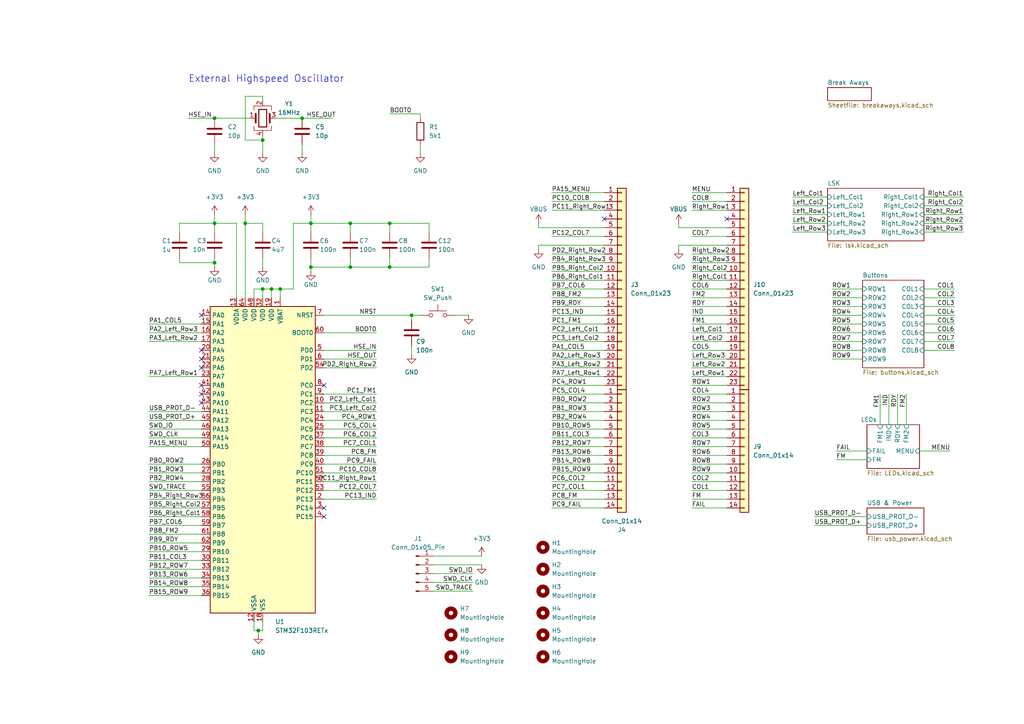
<source format=kicad_sch>
(kicad_sch
	(version 20231120)
	(generator "eeschema")
	(generator_version "8.0")
	(uuid "a6714e8f-d144-4da3-9f0a-d78532207364")
	(paper "A4")
	
	(junction
		(at 87.63 34.29)
		(diameter 0)
		(color 0 0 0 0)
		(uuid "0ac17959-3825-4d8b-bc1d-5d54904a1473")
	)
	(junction
		(at 78.74 83.82)
		(diameter 0)
		(color 0 0 0 0)
		(uuid "0e196d47-d10e-41c6-836c-1aaa450a30e0")
	)
	(junction
		(at 71.12 64.77)
		(diameter 0)
		(color 0 0 0 0)
		(uuid "14e27758-e9ad-4075-9d47-d7fafc1edf70")
	)
	(junction
		(at 76.2 40.64)
		(diameter 0)
		(color 0 0 0 0)
		(uuid "2bf40544-0c16-446f-a8fc-ed4fd652cf3b")
	)
	(junction
		(at 113.03 64.77)
		(diameter 0)
		(color 0 0 0 0)
		(uuid "2f8f2a9f-a286-43b4-bf29-fdcd12771b33")
	)
	(junction
		(at 119.38 91.44)
		(diameter 0)
		(color 0 0 0 0)
		(uuid "35ffd89a-3522-44ba-a240-0d7d71c78f76")
	)
	(junction
		(at 74.93 182.88)
		(diameter 0)
		(color 0 0 0 0)
		(uuid "4114cbae-7cc9-482f-ad22-44d150b4d0ef")
	)
	(junction
		(at 101.6 64.77)
		(diameter 0)
		(color 0 0 0 0)
		(uuid "462e2d48-7b9d-42f4-9196-609889382d02")
	)
	(junction
		(at 76.2 83.82)
		(diameter 0)
		(color 0 0 0 0)
		(uuid "636d65c8-651c-480b-b182-03a77e32e2cc")
	)
	(junction
		(at 113.03 77.47)
		(diameter 0)
		(color 0 0 0 0)
		(uuid "7cb29a67-29c6-4902-9aa5-060169c07091")
	)
	(junction
		(at 62.23 34.29)
		(diameter 0)
		(color 0 0 0 0)
		(uuid "81a15e8d-3655-4fe7-bacf-6b4732f4e90d")
	)
	(junction
		(at 62.23 64.77)
		(diameter 0)
		(color 0 0 0 0)
		(uuid "8f523b2c-9a1b-4541-8a4b-0d18e4a053e2")
	)
	(junction
		(at 81.28 83.82)
		(diameter 0)
		(color 0 0 0 0)
		(uuid "a4081a0f-a439-459e-86db-70000b0c1334")
	)
	(junction
		(at 62.23 76.2)
		(diameter 0)
		(color 0 0 0 0)
		(uuid "d9431c4d-21d4-470a-ba63-ceb6330dde9d")
	)
	(junction
		(at 101.6 77.47)
		(diameter 0)
		(color 0 0 0 0)
		(uuid "e5867998-dd43-47e3-b45e-6b4e7e98e894")
	)
	(junction
		(at 90.17 77.47)
		(diameter 0)
		(color 0 0 0 0)
		(uuid "ed7be678-3e2d-4439-9ad7-29476632ccdb")
	)
	(junction
		(at 90.17 64.77)
		(diameter 0)
		(color 0 0 0 0)
		(uuid "fd99aa94-6be2-4138-ad98-00afa3d95d0d")
	)
	(no_connect
		(at 210.82 63.5)
		(uuid "0c4b980c-541b-4054-9fe4-f5b41dc9d782")
	)
	(no_connect
		(at 58.42 114.3)
		(uuid "0cb20a6a-be79-4f27-93d6-38a950e6d1b4")
	)
	(no_connect
		(at 93.98 111.76)
		(uuid "10a65019-5928-499a-a7ed-28dd82b4a341")
	)
	(no_connect
		(at 58.42 101.6)
		(uuid "38bb1f9c-594b-4804-8a52-03733b56427d")
	)
	(no_connect
		(at 93.98 149.86)
		(uuid "4ea504c4-208a-4bec-90b4-07a1cef0ccbf")
	)
	(no_connect
		(at 58.42 106.68)
		(uuid "5f00b2c8-1d6e-43d1-92c2-bad444b5e457")
	)
	(no_connect
		(at 175.26 63.5)
		(uuid "61e2181c-da6a-459d-8bf0-d2812bc773b4")
	)
	(no_connect
		(at 58.42 111.76)
		(uuid "69f2f222-0096-4c18-b97a-f237f3e7bc25")
	)
	(no_connect
		(at 58.42 116.84)
		(uuid "80436849-41d3-4700-999f-89fad1b3d81d")
	)
	(no_connect
		(at 58.42 104.14)
		(uuid "a3623af9-3a3d-4498-8ae4-03c66d731b30")
	)
	(no_connect
		(at 93.98 147.32)
		(uuid "acc1e3a2-0712-4e59-a4c7-6aae5b8a1d32")
	)
	(no_connect
		(at 58.42 91.44)
		(uuid "fb58a841-dd8d-4589-8abb-009413dc832b")
	)
	(wire
		(pts
			(xy 62.23 64.77) (xy 62.23 67.31)
		)
		(stroke
			(width 0)
			(type default)
		)
		(uuid "002ca8b6-d054-43b0-9e7f-294f4170c383")
	)
	(wire
		(pts
			(xy 276.86 86.36) (xy 267.97 86.36)
		)
		(stroke
			(width 0)
			(type default)
		)
		(uuid "0129c93c-481c-48c1-a1b2-418232dc570c")
	)
	(wire
		(pts
			(xy 121.92 41.91) (xy 121.92 44.45)
		)
		(stroke
			(width 0)
			(type default)
		)
		(uuid "021c7e4b-f10b-496f-8b7c-3e8fd575975c")
	)
	(wire
		(pts
			(xy 196.85 66.04) (xy 196.85 64.77)
		)
		(stroke
			(width 0)
			(type default)
		)
		(uuid "024332ec-13c2-4d37-b9d0-0ec08aa25d63")
	)
	(wire
		(pts
			(xy 109.22 139.7) (xy 93.98 139.7)
		)
		(stroke
			(width 0)
			(type default)
		)
		(uuid "0383b023-e38f-4219-8077-ed9998c2bbd3")
	)
	(wire
		(pts
			(xy 119.38 100.33) (xy 119.38 102.87)
		)
		(stroke
			(width 0)
			(type default)
		)
		(uuid "03dfe426-b4c6-441f-a13c-5dfa09d8f3a5")
	)
	(wire
		(pts
			(xy 241.3 91.44) (xy 250.19 91.44)
		)
		(stroke
			(width 0)
			(type default)
		)
		(uuid "05bbb447-2056-4b8e-8bdb-b0bf97262233")
	)
	(wire
		(pts
			(xy 43.18 162.56) (xy 58.42 162.56)
		)
		(stroke
			(width 0)
			(type default)
		)
		(uuid "0790f3e4-2ea2-4c56-8cc1-3e3552698401")
	)
	(wire
		(pts
			(xy 160.02 60.96) (xy 175.26 60.96)
		)
		(stroke
			(width 0)
			(type default)
		)
		(uuid "07c0e9b3-357f-4162-8c0c-439e41a42fb7")
	)
	(wire
		(pts
			(xy 113.03 77.47) (xy 124.46 77.47)
		)
		(stroke
			(width 0)
			(type default)
		)
		(uuid "07c2fafd-dbb1-4514-9671-8589a5ee1683")
	)
	(wire
		(pts
			(xy 101.6 64.77) (xy 101.6 67.31)
		)
		(stroke
			(width 0)
			(type default)
		)
		(uuid "0865c768-e3db-4c5f-a00c-8b1831be6335")
	)
	(wire
		(pts
			(xy 76.2 29.21) (xy 76.2 27.94)
		)
		(stroke
			(width 0)
			(type default)
		)
		(uuid "0971e094-7ee0-409c-a6b7-4655af530739")
	)
	(wire
		(pts
			(xy 109.22 137.16) (xy 93.98 137.16)
		)
		(stroke
			(width 0)
			(type default)
		)
		(uuid "0af5fb2d-c97a-4d1b-bf0a-9885ba1c36cf")
	)
	(wire
		(pts
			(xy 251.46 149.86) (xy 236.22 149.86)
		)
		(stroke
			(width 0)
			(type default)
		)
		(uuid "0b19dfba-995f-474f-9960-8e3733e7d912")
	)
	(wire
		(pts
			(xy 113.03 64.77) (xy 124.46 64.77)
		)
		(stroke
			(width 0)
			(type default)
		)
		(uuid "0b95be0e-a430-4295-8cca-28da4e660135")
	)
	(wire
		(pts
			(xy 241.3 96.52) (xy 250.19 96.52)
		)
		(stroke
			(width 0)
			(type default)
		)
		(uuid "0ca801c2-5db9-4417-87f5-e8a3e33977bb")
	)
	(wire
		(pts
			(xy 101.6 74.93) (xy 101.6 77.47)
		)
		(stroke
			(width 0)
			(type default)
		)
		(uuid "0cbc8350-6f5a-4c00-ae86-b5ec6ba324e8")
	)
	(wire
		(pts
			(xy 76.2 182.88) (xy 74.93 182.88)
		)
		(stroke
			(width 0)
			(type default)
		)
		(uuid "0de42190-cd3e-4178-b33c-d820976cdf1d")
	)
	(wire
		(pts
			(xy 43.18 147.32) (xy 58.42 147.32)
		)
		(stroke
			(width 0)
			(type default)
		)
		(uuid "0df5e647-25a1-4543-930d-fe7cafa6eaf6")
	)
	(wire
		(pts
			(xy 276.86 96.52) (xy 267.97 96.52)
		)
		(stroke
			(width 0)
			(type default)
		)
		(uuid "0eeaa15c-e983-40d5-b78f-77ad39c49c8a")
	)
	(wire
		(pts
			(xy 242.57 130.81) (xy 251.46 130.81)
		)
		(stroke
			(width 0)
			(type default)
		)
		(uuid "0fa6ffcf-3145-4cd0-b6be-d329174f2f8c")
	)
	(wire
		(pts
			(xy 43.18 167.64) (xy 58.42 167.64)
		)
		(stroke
			(width 0)
			(type default)
		)
		(uuid "0fd0b228-0ed8-4451-9af2-0b843256178b")
	)
	(wire
		(pts
			(xy 85.09 83.82) (xy 81.28 83.82)
		)
		(stroke
			(width 0)
			(type default)
		)
		(uuid "10173628-09e0-48ab-9367-dafd71374ec5")
	)
	(wire
		(pts
			(xy 200.66 139.7) (xy 210.82 139.7)
		)
		(stroke
			(width 0)
			(type default)
		)
		(uuid "1017b62a-6702-4699-8138-ba5d7b811cb3")
	)
	(wire
		(pts
			(xy 262.89 114.3) (xy 262.89 123.19)
		)
		(stroke
			(width 0)
			(type default)
		)
		(uuid "11e0bfa9-a965-4dc0-9eff-f5914dbd04b6")
	)
	(wire
		(pts
			(xy 200.66 137.16) (xy 210.82 137.16)
		)
		(stroke
			(width 0)
			(type default)
		)
		(uuid "1424fa44-5148-4332-aec2-bbb519f01751")
	)
	(wire
		(pts
			(xy 200.66 104.14) (xy 210.82 104.14)
		)
		(stroke
			(width 0)
			(type default)
		)
		(uuid "15f81d49-16ba-4c20-9c42-8bbe49d1b6fb")
	)
	(wire
		(pts
			(xy 43.18 170.18) (xy 58.42 170.18)
		)
		(stroke
			(width 0)
			(type default)
		)
		(uuid "174a9bdb-98e9-4254-974a-0e900bacd8b8")
	)
	(wire
		(pts
			(xy 160.02 147.32) (xy 175.26 147.32)
		)
		(stroke
			(width 0)
			(type default)
		)
		(uuid "17dd0ea9-1b67-48ca-80eb-c787ca978525")
	)
	(wire
		(pts
			(xy 160.02 81.28) (xy 175.26 81.28)
		)
		(stroke
			(width 0)
			(type default)
		)
		(uuid "184b9665-f2dc-4f5c-b022-aaac289ad568")
	)
	(wire
		(pts
			(xy 160.02 55.88) (xy 175.26 55.88)
		)
		(stroke
			(width 0)
			(type default)
		)
		(uuid "18605f94-3283-4392-847c-bec0fa75bbc5")
	)
	(wire
		(pts
			(xy 76.2 83.82) (xy 76.2 86.36)
		)
		(stroke
			(width 0)
			(type default)
		)
		(uuid "195aa28f-72d8-4d04-9598-e55974b6b156")
	)
	(wire
		(pts
			(xy 109.22 106.68) (xy 93.98 106.68)
		)
		(stroke
			(width 0)
			(type default)
		)
		(uuid "19c2d3a5-7816-44bc-8455-c89dab8458aa")
	)
	(wire
		(pts
			(xy 241.3 88.9) (xy 250.19 88.9)
		)
		(stroke
			(width 0)
			(type default)
		)
		(uuid "1a71efd6-8772-41af-8d32-9a56508d8248")
	)
	(wire
		(pts
			(xy 267.97 64.77) (xy 279.4 64.77)
		)
		(stroke
			(width 0)
			(type default)
		)
		(uuid "1ce29e1f-e5c6-41d2-9402-d34ff4f131df")
	)
	(wire
		(pts
			(xy 196.85 71.12) (xy 196.85 72.39)
		)
		(stroke
			(width 0)
			(type default)
		)
		(uuid "1d64a169-44d6-470b-a93f-9fe60e218946")
	)
	(wire
		(pts
			(xy 76.2 40.64) (xy 76.2 44.45)
		)
		(stroke
			(width 0)
			(type default)
		)
		(uuid "2486bae3-1fc3-4fe5-ae2c-dcaabf5877d1")
	)
	(wire
		(pts
			(xy 200.66 55.88) (xy 210.82 55.88)
		)
		(stroke
			(width 0)
			(type default)
		)
		(uuid "24ad5187-ce5b-4a31-a7c9-07d792bf35f2")
	)
	(wire
		(pts
			(xy 160.02 109.22) (xy 175.26 109.22)
		)
		(stroke
			(width 0)
			(type default)
		)
		(uuid "251b115b-a1a0-4df6-b4ab-ab8b75e2f884")
	)
	(wire
		(pts
			(xy 160.02 91.44) (xy 175.26 91.44)
		)
		(stroke
			(width 0)
			(type default)
		)
		(uuid "25ad5689-d038-47bb-8a6a-f8315740a46c")
	)
	(wire
		(pts
			(xy 62.23 77.47) (xy 62.23 76.2)
		)
		(stroke
			(width 0)
			(type default)
		)
		(uuid "2793ffa9-3f82-46ec-94ad-896f85ab572f")
	)
	(wire
		(pts
			(xy 125.73 163.83) (xy 139.7 163.83)
		)
		(stroke
			(width 0)
			(type default)
		)
		(uuid "28a0ade8-b781-43b3-925e-ca254bbe1e29")
	)
	(wire
		(pts
			(xy 200.66 68.58) (xy 210.82 68.58)
		)
		(stroke
			(width 0)
			(type default)
		)
		(uuid "28b594da-f376-45eb-9c2a-1505fc990bae")
	)
	(wire
		(pts
			(xy 101.6 77.47) (xy 113.03 77.47)
		)
		(stroke
			(width 0)
			(type default)
		)
		(uuid "29090879-1b9b-4f4b-a0dc-26348adec255")
	)
	(wire
		(pts
			(xy 109.22 114.3) (xy 93.98 114.3)
		)
		(stroke
			(width 0)
			(type default)
		)
		(uuid "292e4112-c39d-4cc0-91ec-dd4f543fa03d")
	)
	(wire
		(pts
			(xy 200.66 99.06) (xy 210.82 99.06)
		)
		(stroke
			(width 0)
			(type default)
		)
		(uuid "2b0df8bd-db3d-4ce2-b7f1-6d2aa49facc4")
	)
	(wire
		(pts
			(xy 58.42 119.38) (xy 43.18 119.38)
		)
		(stroke
			(width 0)
			(type default)
		)
		(uuid "2baa4fe2-03b0-4061-ba6f-d3b3674e7a13")
	)
	(wire
		(pts
			(xy 43.18 96.52) (xy 58.42 96.52)
		)
		(stroke
			(width 0)
			(type default)
		)
		(uuid "2d5af7d5-efe8-45eb-9872-16f020bd30f5")
	)
	(wire
		(pts
			(xy 267.97 62.23) (xy 279.4 62.23)
		)
		(stroke
			(width 0)
			(type default)
		)
		(uuid "2e8d43a7-c3ce-4f16-92b7-019646415dc1")
	)
	(wire
		(pts
			(xy 160.02 139.7) (xy 175.26 139.7)
		)
		(stroke
			(width 0)
			(type default)
		)
		(uuid "30a6eb3e-480f-47b3-ab47-f9090c9ecb66")
	)
	(wire
		(pts
			(xy 257.81 114.3) (xy 257.81 123.19)
		)
		(stroke
			(width 0)
			(type default)
		)
		(uuid "310f269d-cde3-416b-bb18-9b03c193f712")
	)
	(wire
		(pts
			(xy 276.86 83.82) (xy 267.97 83.82)
		)
		(stroke
			(width 0)
			(type default)
		)
		(uuid "315ba9c3-94f3-4caf-9f6c-c1c11a18156c")
	)
	(wire
		(pts
			(xy 229.87 64.77) (xy 240.03 64.77)
		)
		(stroke
			(width 0)
			(type default)
		)
		(uuid "36f85953-071b-491a-b4cb-d1c557ffdb67")
	)
	(wire
		(pts
			(xy 90.17 64.77) (xy 101.6 64.77)
		)
		(stroke
			(width 0)
			(type default)
		)
		(uuid "384b44f8-5bae-46dd-a1f3-a93e4b9b03a4")
	)
	(wire
		(pts
			(xy 43.18 137.16) (xy 58.42 137.16)
		)
		(stroke
			(width 0)
			(type default)
		)
		(uuid "38a8a1ab-bdd4-4759-b6a1-b3ec79e2519f")
	)
	(wire
		(pts
			(xy 200.66 116.84) (xy 210.82 116.84)
		)
		(stroke
			(width 0)
			(type default)
		)
		(uuid "3a44028a-7458-4a6f-94d1-12724de89ef8")
	)
	(wire
		(pts
			(xy 76.2 27.94) (xy 71.12 27.94)
		)
		(stroke
			(width 0)
			(type default)
		)
		(uuid "3a5e66f0-3ff0-4f38-aec8-e64779799e54")
	)
	(wire
		(pts
			(xy 93.98 101.6) (xy 109.22 101.6)
		)
		(stroke
			(width 0)
			(type default)
		)
		(uuid "3dffd25d-a47d-43bf-a458-ab8b7c6eb839")
	)
	(wire
		(pts
			(xy 71.12 40.64) (xy 76.2 40.64)
		)
		(stroke
			(width 0)
			(type default)
		)
		(uuid "3ec8fc7b-ef55-466d-84e1-a22b1f21b311")
	)
	(wire
		(pts
			(xy 43.18 157.48) (xy 58.42 157.48)
		)
		(stroke
			(width 0)
			(type default)
		)
		(uuid "3ef6ea34-c6d9-437d-9688-e7b0dd1aabec")
	)
	(wire
		(pts
			(xy 267.97 59.69) (xy 279.4 59.69)
		)
		(stroke
			(width 0)
			(type default)
		)
		(uuid "3fcfd34c-038f-443e-aa74-e18b3ba481d4")
	)
	(wire
		(pts
			(xy 200.66 93.98) (xy 210.82 93.98)
		)
		(stroke
			(width 0)
			(type default)
		)
		(uuid "43b5334e-03aa-4558-9655-18aff76021da")
	)
	(wire
		(pts
			(xy 241.3 99.06) (xy 250.19 99.06)
		)
		(stroke
			(width 0)
			(type default)
		)
		(uuid "44dda140-db84-4505-b67e-8a14a39c6cd6")
	)
	(wire
		(pts
			(xy 200.66 73.66) (xy 210.82 73.66)
		)
		(stroke
			(width 0)
			(type default)
		)
		(uuid "45336613-87e4-4e12-a71b-b8c60926e77b")
	)
	(wire
		(pts
			(xy 160.02 58.42) (xy 175.26 58.42)
		)
		(stroke
			(width 0)
			(type default)
		)
		(uuid "459ec1c3-f3d2-4ac0-9d07-be65845fc619")
	)
	(wire
		(pts
			(xy 119.38 91.44) (xy 119.38 92.71)
		)
		(stroke
			(width 0)
			(type default)
		)
		(uuid "45b55dba-8668-48eb-a648-85fd929879b8")
	)
	(wire
		(pts
			(xy 52.07 64.77) (xy 62.23 64.77)
		)
		(stroke
			(width 0)
			(type default)
		)
		(uuid "4618f9df-1557-419c-8f27-1fe859cf5a6b")
	)
	(wire
		(pts
			(xy 160.02 73.66) (xy 175.26 73.66)
		)
		(stroke
			(width 0)
			(type default)
		)
		(uuid "4814cfe6-7c3f-4003-803b-cd1a45ed9075")
	)
	(wire
		(pts
			(xy 160.02 78.74) (xy 175.26 78.74)
		)
		(stroke
			(width 0)
			(type default)
		)
		(uuid "4829b273-8044-4aee-96d3-5ea701269c10")
	)
	(wire
		(pts
			(xy 200.66 88.9) (xy 210.82 88.9)
		)
		(stroke
			(width 0)
			(type default)
		)
		(uuid "4acd607e-e71e-4fb7-8fc3-95db7044da6c")
	)
	(wire
		(pts
			(xy 200.66 129.54) (xy 210.82 129.54)
		)
		(stroke
			(width 0)
			(type default)
		)
		(uuid "4ad26593-1972-4736-a90b-b6ed4c1832bf")
	)
	(wire
		(pts
			(xy 160.02 93.98) (xy 175.26 93.98)
		)
		(stroke
			(width 0)
			(type default)
		)
		(uuid "4f0bf5a6-c519-4d6f-8e5f-b941c1b05077")
	)
	(wire
		(pts
			(xy 200.66 106.68) (xy 210.82 106.68)
		)
		(stroke
			(width 0)
			(type default)
		)
		(uuid "500c0e9d-ce62-46a5-94f2-c320778a2a78")
	)
	(wire
		(pts
			(xy 137.16 168.91) (xy 125.73 168.91)
		)
		(stroke
			(width 0)
			(type default)
		)
		(uuid "5041f021-d445-43da-aae1-9a55396be580")
	)
	(wire
		(pts
			(xy 90.17 77.47) (xy 90.17 78.74)
		)
		(stroke
			(width 0)
			(type default)
		)
		(uuid "50a531ec-e916-4601-9738-e43afcab678c")
	)
	(wire
		(pts
			(xy 76.2 64.77) (xy 76.2 67.31)
		)
		(stroke
			(width 0)
			(type default)
		)
		(uuid "5229f429-bf66-4167-96e2-c277934ea148")
	)
	(wire
		(pts
			(xy 78.74 83.82) (xy 78.74 86.36)
		)
		(stroke
			(width 0)
			(type default)
		)
		(uuid "523acf82-7b79-4164-9270-f4a389d5caeb")
	)
	(wire
		(pts
			(xy 43.18 129.54) (xy 58.42 129.54)
		)
		(stroke
			(width 0)
			(type default)
		)
		(uuid "52aa512f-41ac-4609-a78f-8986db465883")
	)
	(wire
		(pts
			(xy 200.66 58.42) (xy 210.82 58.42)
		)
		(stroke
			(width 0)
			(type default)
		)
		(uuid "55582343-5d76-42d4-ac61-98ef3258b4d7")
	)
	(wire
		(pts
			(xy 124.46 74.93) (xy 124.46 77.47)
		)
		(stroke
			(width 0)
			(type default)
		)
		(uuid "56789c6d-e813-44c2-8216-aae6b1762dd4")
	)
	(wire
		(pts
			(xy 160.02 76.2) (xy 175.26 76.2)
		)
		(stroke
			(width 0)
			(type default)
		)
		(uuid "576e8db2-3690-4427-8f90-b79e3a30433f")
	)
	(wire
		(pts
			(xy 124.46 67.31) (xy 124.46 64.77)
		)
		(stroke
			(width 0)
			(type default)
		)
		(uuid "5830ce34-11ad-4f79-a483-7763b9624731")
	)
	(wire
		(pts
			(xy 73.66 180.34) (xy 73.66 182.88)
		)
		(stroke
			(width 0)
			(type default)
		)
		(uuid "58c678a6-2cb1-46ea-8752-497f87b2cfd9")
	)
	(wire
		(pts
			(xy 109.22 129.54) (xy 93.98 129.54)
		)
		(stroke
			(width 0)
			(type default)
		)
		(uuid "591c6e50-e785-42ee-9bb0-acc5bc99387d")
	)
	(wire
		(pts
			(xy 71.12 64.77) (xy 71.12 86.36)
		)
		(stroke
			(width 0)
			(type default)
		)
		(uuid "5ce7bb33-8eb1-4942-8ca4-32ffbd35d0a2")
	)
	(wire
		(pts
			(xy 196.85 66.04) (xy 210.82 66.04)
		)
		(stroke
			(width 0)
			(type default)
		)
		(uuid "5f895fd8-029d-4d5c-92ea-62f4d05dce35")
	)
	(wire
		(pts
			(xy 76.2 180.34) (xy 76.2 182.88)
		)
		(stroke
			(width 0)
			(type default)
		)
		(uuid "5fd96de0-d771-4e08-b6b3-4b11aa7d1ac5")
	)
	(wire
		(pts
			(xy 236.22 152.4) (xy 251.46 152.4)
		)
		(stroke
			(width 0)
			(type default)
		)
		(uuid "61459c3a-7932-41ab-8bb2-352a2f2ddd7d")
	)
	(wire
		(pts
			(xy 160.02 119.38) (xy 175.26 119.38)
		)
		(stroke
			(width 0)
			(type default)
		)
		(uuid "63d7f52b-f462-4c3c-99cd-31147dc03a2b")
	)
	(wire
		(pts
			(xy 276.86 91.44) (xy 267.97 91.44)
		)
		(stroke
			(width 0)
			(type default)
		)
		(uuid "641913f4-b6b0-4d2b-a8cd-408ac519f141")
	)
	(wire
		(pts
			(xy 125.73 161.29) (xy 139.7 161.29)
		)
		(stroke
			(width 0)
			(type default)
		)
		(uuid "64832cf8-5eb8-45f7-b631-92996b2cbc30")
	)
	(wire
		(pts
			(xy 200.66 127) (xy 210.82 127)
		)
		(stroke
			(width 0)
			(type default)
		)
		(uuid "64e3f153-dba0-489e-9bcd-7c9c999e1387")
	)
	(wire
		(pts
			(xy 43.18 93.98) (xy 58.42 93.98)
		)
		(stroke
			(width 0)
			(type default)
		)
		(uuid "64fc63f9-3967-4a4c-837a-acf2207e3519")
	)
	(wire
		(pts
			(xy 156.21 66.04) (xy 175.26 66.04)
		)
		(stroke
			(width 0)
			(type default)
		)
		(uuid "664c85ab-c370-4ebb-8dff-e0387a98777d")
	)
	(wire
		(pts
			(xy 113.03 33.02) (xy 121.92 33.02)
		)
		(stroke
			(width 0)
			(type default)
		)
		(uuid "67454a94-0707-4384-b37e-259a29f58b8d")
	)
	(wire
		(pts
			(xy 241.3 86.36) (xy 250.19 86.36)
		)
		(stroke
			(width 0)
			(type default)
		)
		(uuid "67f004d2-f203-4bf4-a133-ee71edf8f78a")
	)
	(wire
		(pts
			(xy 276.86 93.98) (xy 267.97 93.98)
		)
		(stroke
			(width 0)
			(type default)
		)
		(uuid "688912a1-e8e9-4f5a-ab28-b8ddcc497101")
	)
	(wire
		(pts
			(xy 160.02 96.52) (xy 175.26 96.52)
		)
		(stroke
			(width 0)
			(type default)
		)
		(uuid "68905ebb-191f-4c88-b70e-9cfb2005e336")
	)
	(wire
		(pts
			(xy 160.02 83.82) (xy 175.26 83.82)
		)
		(stroke
			(width 0)
			(type default)
		)
		(uuid "68b1c567-f19b-481b-b61d-47c52cd715bd")
	)
	(wire
		(pts
			(xy 160.02 106.68) (xy 175.26 106.68)
		)
		(stroke
			(width 0)
			(type default)
		)
		(uuid "6ac2d241-abb0-4e3a-b532-377dd2ed50b4")
	)
	(wire
		(pts
			(xy 241.3 104.14) (xy 250.19 104.14)
		)
		(stroke
			(width 0)
			(type default)
		)
		(uuid "6d604e8b-9ce7-44bf-869d-0875979c0c37")
	)
	(wire
		(pts
			(xy 73.66 83.82) (xy 76.2 83.82)
		)
		(stroke
			(width 0)
			(type default)
		)
		(uuid "6fee0370-85b3-4fdf-be45-6e555e3c9ed7")
	)
	(wire
		(pts
			(xy 43.18 127) (xy 58.42 127)
		)
		(stroke
			(width 0)
			(type default)
		)
		(uuid "70209842-4f9e-42dd-9702-3795d2d78300")
	)
	(wire
		(pts
			(xy 241.3 101.6) (xy 250.19 101.6)
		)
		(stroke
			(width 0)
			(type default)
		)
		(uuid "713dccae-7ca9-418a-a818-0110bd29e2a4")
	)
	(wire
		(pts
			(xy 43.18 154.94) (xy 58.42 154.94)
		)
		(stroke
			(width 0)
			(type default)
		)
		(uuid "72570d0c-dda6-49fa-a4c1-e81831149937")
	)
	(wire
		(pts
			(xy 43.18 149.86) (xy 58.42 149.86)
		)
		(stroke
			(width 0)
			(type default)
		)
		(uuid "73db20c3-29ef-4f82-9c5d-548abe7af906")
	)
	(wire
		(pts
			(xy 242.57 133.35) (xy 251.46 133.35)
		)
		(stroke
			(width 0)
			(type default)
		)
		(uuid "755b6f3d-36e6-44cf-a69b-444cc90f0bae")
	)
	(wire
		(pts
			(xy 43.18 165.1) (xy 58.42 165.1)
		)
		(stroke
			(width 0)
			(type default)
		)
		(uuid "76c9093b-6a8e-4a76-b5a2-4c13fa6750e0")
	)
	(wire
		(pts
			(xy 200.66 101.6) (xy 210.82 101.6)
		)
		(stroke
			(width 0)
			(type default)
		)
		(uuid "76f60b43-720d-4c10-857d-0fa6b8f99585")
	)
	(wire
		(pts
			(xy 43.18 134.62) (xy 58.42 134.62)
		)
		(stroke
			(width 0)
			(type default)
		)
		(uuid "77773c5a-ae16-49bb-b586-fd3183463993")
	)
	(wire
		(pts
			(xy 43.18 109.22) (xy 58.42 109.22)
		)
		(stroke
			(width 0)
			(type default)
		)
		(uuid "77a127b6-60b9-4661-bc97-3a8a8f8f10e7")
	)
	(wire
		(pts
			(xy 76.2 64.77) (xy 71.12 64.77)
		)
		(stroke
			(width 0)
			(type default)
		)
		(uuid "7901afed-d82c-4f13-b22e-7ef81d8779fe")
	)
	(wire
		(pts
			(xy 200.66 134.62) (xy 210.82 134.62)
		)
		(stroke
			(width 0)
			(type default)
		)
		(uuid "790aec79-8ef4-467e-b202-3f61ee440c8a")
	)
	(wire
		(pts
			(xy 200.66 111.76) (xy 210.82 111.76)
		)
		(stroke
			(width 0)
			(type default)
		)
		(uuid "799d3b5d-fc12-4c34-b5fc-39f57b6a56f4")
	)
	(wire
		(pts
			(xy 200.66 109.22) (xy 210.82 109.22)
		)
		(stroke
			(width 0)
			(type default)
		)
		(uuid "7d3948e6-568b-4756-b9a3-8d2963d89ae9")
	)
	(wire
		(pts
			(xy 160.02 104.14) (xy 175.26 104.14)
		)
		(stroke
			(width 0)
			(type default)
		)
		(uuid "7f4d4d8d-f80a-4a64-a347-dd6f4cc5a72c")
	)
	(wire
		(pts
			(xy 200.66 81.28) (xy 210.82 81.28)
		)
		(stroke
			(width 0)
			(type default)
		)
		(uuid "804cf523-74b3-4f42-b355-c844adc60734")
	)
	(wire
		(pts
			(xy 160.02 127) (xy 175.26 127)
		)
		(stroke
			(width 0)
			(type default)
		)
		(uuid "8075864a-1fa0-4eff-abbf-ab165f2de697")
	)
	(wire
		(pts
			(xy 160.02 134.62) (xy 175.26 134.62)
		)
		(stroke
			(width 0)
			(type default)
		)
		(uuid "807c5023-9391-4703-a673-cc76716c26c5")
	)
	(wire
		(pts
			(xy 87.63 34.29) (xy 96.52 34.29)
		)
		(stroke
			(width 0)
			(type default)
		)
		(uuid "807d0817-f921-42b7-b590-9b3c1b0e31f1")
	)
	(wire
		(pts
			(xy 71.12 27.94) (xy 71.12 40.64)
		)
		(stroke
			(width 0)
			(type default)
		)
		(uuid "816dd3a2-ba8e-44ed-801d-249443b140ea")
	)
	(wire
		(pts
			(xy 200.66 132.08) (xy 210.82 132.08)
		)
		(stroke
			(width 0)
			(type default)
		)
		(uuid "82b2d7ae-d491-457d-a04b-260127f2cc8c")
	)
	(wire
		(pts
			(xy 241.3 83.82) (xy 250.19 83.82)
		)
		(stroke
			(width 0)
			(type default)
		)
		(uuid "83a6ad68-d62e-41f5-a396-d5750e97d583")
	)
	(wire
		(pts
			(xy 93.98 91.44) (xy 119.38 91.44)
		)
		(stroke
			(width 0)
			(type default)
		)
		(uuid "83f03845-ac8a-4955-8567-05bc81c8f4b8")
	)
	(wire
		(pts
			(xy 62.23 74.93) (xy 62.23 76.2)
		)
		(stroke
			(width 0)
			(type default)
		)
		(uuid "841c821f-d989-4e07-bbb4-2a05d450813f")
	)
	(wire
		(pts
			(xy 87.63 41.91) (xy 87.63 44.45)
		)
		(stroke
			(width 0)
			(type default)
		)
		(uuid "864506d0-9a0c-44b5-a908-c1f39ce97d3f")
	)
	(wire
		(pts
			(xy 160.02 114.3) (xy 175.26 114.3)
		)
		(stroke
			(width 0)
			(type default)
		)
		(uuid "86928fe4-6479-4d97-9ca7-818a2395c0c6")
	)
	(wire
		(pts
			(xy 160.02 144.78) (xy 175.26 144.78)
		)
		(stroke
			(width 0)
			(type default)
		)
		(uuid "86d17030-a34c-4670-bd6f-d2e0fbb93c32")
	)
	(wire
		(pts
			(xy 160.02 132.08) (xy 175.26 132.08)
		)
		(stroke
			(width 0)
			(type default)
		)
		(uuid "86dd8794-ab23-4802-9ac6-3f64874db917")
	)
	(wire
		(pts
			(xy 109.22 124.46) (xy 93.98 124.46)
		)
		(stroke
			(width 0)
			(type default)
		)
		(uuid "8753e8e1-36d2-4118-a391-94c2aa7220e7")
	)
	(wire
		(pts
			(xy 43.18 99.06) (xy 58.42 99.06)
		)
		(stroke
			(width 0)
			(type default)
		)
		(uuid "879c084a-112f-4e6d-8a53-41a72ac49bfd")
	)
	(wire
		(pts
			(xy 80.01 34.29) (xy 87.63 34.29)
		)
		(stroke
			(width 0)
			(type default)
		)
		(uuid "88de58c2-e37e-4929-aab0-104efe9beffb")
	)
	(wire
		(pts
			(xy 200.66 114.3) (xy 210.82 114.3)
		)
		(stroke
			(width 0)
			(type default)
		)
		(uuid "8994e1d2-8721-4436-8676-d36e66b7ca60")
	)
	(wire
		(pts
			(xy 200.66 124.46) (xy 210.82 124.46)
		)
		(stroke
			(width 0)
			(type default)
		)
		(uuid "8a8096e7-9272-4754-83bf-5914b6e8c95b")
	)
	(wire
		(pts
			(xy 90.17 62.23) (xy 90.17 64.77)
		)
		(stroke
			(width 0)
			(type default)
		)
		(uuid "8abe141d-80d4-4e2b-b6b2-02e534eaa27d")
	)
	(wire
		(pts
			(xy 43.18 160.02) (xy 58.42 160.02)
		)
		(stroke
			(width 0)
			(type default)
		)
		(uuid "8ae5eb21-4e0a-4aa7-9861-50e19bdbef2c")
	)
	(wire
		(pts
			(xy 93.98 134.62) (xy 109.22 134.62)
		)
		(stroke
			(width 0)
			(type default)
		)
		(uuid "8c2c61a0-0c01-4af6-85bd-c699dec8af06")
	)
	(wire
		(pts
			(xy 43.18 152.4) (xy 58.42 152.4)
		)
		(stroke
			(width 0)
			(type default)
		)
		(uuid "8cfd7b39-ec84-4d7c-ad00-f3721e9f523f")
	)
	(wire
		(pts
			(xy 200.66 144.78) (xy 210.82 144.78)
		)
		(stroke
			(width 0)
			(type default)
		)
		(uuid "8d5fce2d-4c88-409f-a8f0-384d7b86966b")
	)
	(wire
		(pts
			(xy 229.87 57.15) (xy 240.03 57.15)
		)
		(stroke
			(width 0)
			(type default)
		)
		(uuid "8d80575a-2732-4fad-96c7-8238c1160566")
	)
	(wire
		(pts
			(xy 160.02 99.06) (xy 175.26 99.06)
		)
		(stroke
			(width 0)
			(type default)
		)
		(uuid "904f17d4-fd32-4674-aef8-98ae62ee259f")
	)
	(wire
		(pts
			(xy 62.23 41.91) (xy 62.23 44.45)
		)
		(stroke
			(width 0)
			(type default)
		)
		(uuid "90eb99f4-b32e-482c-9410-b02ac8e04a8c")
	)
	(wire
		(pts
			(xy 109.22 119.38) (xy 93.98 119.38)
		)
		(stroke
			(width 0)
			(type default)
		)
		(uuid "92618c43-14cd-497b-8f33-ba1689b6eeca")
	)
	(wire
		(pts
			(xy 73.66 86.36) (xy 73.66 83.82)
		)
		(stroke
			(width 0)
			(type default)
		)
		(uuid "934239f2-159e-44a6-82fc-a99b93039ef4")
	)
	(wire
		(pts
			(xy 156.21 71.12) (xy 156.21 72.39)
		)
		(stroke
			(width 0)
			(type default)
		)
		(uuid "95acf485-c56c-4da2-a2f3-d4deebe8369b")
	)
	(wire
		(pts
			(xy 90.17 67.31) (xy 90.17 64.77)
		)
		(stroke
			(width 0)
			(type default)
		)
		(uuid "96c4f7cc-49d4-45ea-9b41-765bd977f871")
	)
	(wire
		(pts
			(xy 90.17 64.77) (xy 85.09 64.77)
		)
		(stroke
			(width 0)
			(type default)
		)
		(uuid "97f6fb1f-14a8-4e2c-9b2c-d5c962628c99")
	)
	(wire
		(pts
			(xy 160.02 111.76) (xy 175.26 111.76)
		)
		(stroke
			(width 0)
			(type default)
		)
		(uuid "997c2e7f-0d4e-40b6-b08e-eabe774d22cd")
	)
	(wire
		(pts
			(xy 137.16 171.45) (xy 125.73 171.45)
		)
		(stroke
			(width 0)
			(type default)
		)
		(uuid "9a42e892-2426-4d86-a4e1-d11464ab1299")
	)
	(wire
		(pts
			(xy 109.22 144.78) (xy 93.98 144.78)
		)
		(stroke
			(width 0)
			(type default)
		)
		(uuid "9bc899e0-2edf-4926-9682-4b14411a38ea")
	)
	(wire
		(pts
			(xy 160.02 116.84) (xy 175.26 116.84)
		)
		(stroke
			(width 0)
			(type default)
		)
		(uuid "9c3d5482-5f10-4a4b-8992-ae39316721d3")
	)
	(wire
		(pts
			(xy 267.97 67.31) (xy 279.4 67.31)
		)
		(stroke
			(width 0)
			(type default)
		)
		(uuid "9df10aee-6380-43d7-b7b0-9ec080bb42d7")
	)
	(wire
		(pts
			(xy 156.21 71.12) (xy 175.26 71.12)
		)
		(stroke
			(width 0)
			(type default)
		)
		(uuid "9e6913ba-18c1-460e-a283-e5fe27a42ae1")
	)
	(wire
		(pts
			(xy 200.66 96.52) (xy 210.82 96.52)
		)
		(stroke
			(width 0)
			(type default)
		)
		(uuid "9ec06840-5109-4765-8547-9d5ff5079b4e")
	)
	(wire
		(pts
			(xy 260.35 114.3) (xy 260.35 123.19)
		)
		(stroke
			(width 0)
			(type default)
		)
		(uuid "a0d81f94-538e-4e0c-9a7c-aa1f2c317e17")
	)
	(wire
		(pts
			(xy 68.58 64.77) (xy 68.58 86.36)
		)
		(stroke
			(width 0)
			(type default)
		)
		(uuid "a0eba693-2f42-4f46-8c4b-81af4887c418")
	)
	(wire
		(pts
			(xy 160.02 137.16) (xy 175.26 137.16)
		)
		(stroke
			(width 0)
			(type default)
		)
		(uuid "a0ed1a32-205d-4063-8d24-fc02f07203b2")
	)
	(wire
		(pts
			(xy 71.12 62.23) (xy 71.12 64.77)
		)
		(stroke
			(width 0)
			(type default)
		)
		(uuid "a1a52adf-7ffe-4cd5-b95a-99b9d9a5c69b")
	)
	(wire
		(pts
			(xy 132.08 91.44) (xy 135.89 91.44)
		)
		(stroke
			(width 0)
			(type default)
		)
		(uuid "a42f6153-adbd-418d-b7cb-77ece8341672")
	)
	(wire
		(pts
			(xy 255.27 114.3) (xy 255.27 123.19)
		)
		(stroke
			(width 0)
			(type default)
		)
		(uuid "a930361d-b90c-4fd6-9d3e-0012d64ed5c1")
	)
	(wire
		(pts
			(xy 160.02 68.58) (xy 175.26 68.58)
		)
		(stroke
			(width 0)
			(type default)
		)
		(uuid "a9b837b1-c815-4376-8eb8-2576bd4fafea")
	)
	(wire
		(pts
			(xy 160.02 101.6) (xy 175.26 101.6)
		)
		(stroke
			(width 0)
			(type default)
		)
		(uuid "ab13ea59-afc5-4c79-9017-dd32455cd987")
	)
	(wire
		(pts
			(xy 200.66 78.74) (xy 210.82 78.74)
		)
		(stroke
			(width 0)
			(type default)
		)
		(uuid "ab9add21-05ab-44d1-912d-63d70c35fc40")
	)
	(wire
		(pts
			(xy 210.82 71.12) (xy 196.85 71.12)
		)
		(stroke
			(width 0)
			(type default)
		)
		(uuid "b05a6bec-75e7-4524-8891-951d60c0d398")
	)
	(wire
		(pts
			(xy 43.18 121.92) (xy 58.42 121.92)
		)
		(stroke
			(width 0)
			(type default)
		)
		(uuid "b0a2982f-7ddf-47b3-8e87-fa6959b912de")
	)
	(wire
		(pts
			(xy 109.22 121.92) (xy 93.98 121.92)
		)
		(stroke
			(width 0)
			(type default)
		)
		(uuid "b0ecf073-6cbb-4d81-b714-cfd8879b3ccf")
	)
	(wire
		(pts
			(xy 200.66 142.24) (xy 210.82 142.24)
		)
		(stroke
			(width 0)
			(type default)
		)
		(uuid "b14636ee-cc59-4942-b5b8-0945a493d3b3")
	)
	(wire
		(pts
			(xy 43.18 142.24) (xy 58.42 142.24)
		)
		(stroke
			(width 0)
			(type default)
		)
		(uuid "b2f630e7-88e8-4e7f-8a90-229ce9017474")
	)
	(wire
		(pts
			(xy 93.98 142.24) (xy 109.22 142.24)
		)
		(stroke
			(width 0)
			(type default)
		)
		(uuid "b35f9041-a771-4cd6-9b76-426ef11cdcb4")
	)
	(wire
		(pts
			(xy 78.74 83.82) (xy 81.28 83.82)
		)
		(stroke
			(width 0)
			(type default)
		)
		(uuid "b405239b-d183-4b3d-8474-a2c76a7bb2c1")
	)
	(wire
		(pts
			(xy 93.98 96.52) (xy 109.22 96.52)
		)
		(stroke
			(width 0)
			(type default)
		)
		(uuid "b54d8cb3-c445-4158-a4c5-1e6b0a10a512")
	)
	(wire
		(pts
			(xy 121.92 33.02) (xy 121.92 34.29)
		)
		(stroke
			(width 0)
			(type default)
		)
		(uuid "b650e92c-e647-4cd5-9573-0222b6ddc60d")
	)
	(wire
		(pts
			(xy 200.66 76.2) (xy 210.82 76.2)
		)
		(stroke
			(width 0)
			(type default)
		)
		(uuid "b771cad7-61f2-4f6b-a7cf-2a83c5045ef0")
	)
	(wire
		(pts
			(xy 276.86 99.06) (xy 267.97 99.06)
		)
		(stroke
			(width 0)
			(type default)
		)
		(uuid "b87eadbb-c79b-43c3-9e4a-657e2215083e")
	)
	(wire
		(pts
			(xy 43.18 139.7) (xy 58.42 139.7)
		)
		(stroke
			(width 0)
			(type default)
		)
		(uuid "b9b80d81-7953-466b-b432-bbbf2d9c8263")
	)
	(wire
		(pts
			(xy 54.61 34.29) (xy 62.23 34.29)
		)
		(stroke
			(width 0)
			(type default)
		)
		(uuid "ba3a8d32-39c6-44bc-b336-3fc2e9f03d2f")
	)
	(wire
		(pts
			(xy 109.22 132.08) (xy 93.98 132.08)
		)
		(stroke
			(width 0)
			(type default)
		)
		(uuid "bb6c9311-28ed-4772-8464-7411c196cc1e")
	)
	(wire
		(pts
			(xy 200.66 91.44) (xy 210.82 91.44)
		)
		(stroke
			(width 0)
			(type default)
		)
		(uuid "bf407185-ccf6-40f5-b2c5-af6708a96dc8")
	)
	(wire
		(pts
			(xy 68.58 64.77) (xy 62.23 64.77)
		)
		(stroke
			(width 0)
			(type default)
		)
		(uuid "bfe671fb-96ce-4194-9cc1-a54b0f9c2502")
	)
	(wire
		(pts
			(xy 74.93 182.88) (xy 74.93 184.15)
		)
		(stroke
			(width 0)
			(type default)
		)
		(uuid "c443db9d-01a4-4628-b2e3-e0bea600c4c8")
	)
	(wire
		(pts
			(xy 276.86 101.6) (xy 267.97 101.6)
		)
		(stroke
			(width 0)
			(type default)
		)
		(uuid "c46916b8-7ca9-4c2a-a34e-57e021345f95")
	)
	(wire
		(pts
			(xy 52.07 67.31) (xy 52.07 64.77)
		)
		(stroke
			(width 0)
			(type default)
		)
		(uuid "c47697cb-1cd4-4c02-96b0-5c00b186b5e9")
	)
	(wire
		(pts
			(xy 101.6 64.77) (xy 113.03 64.77)
		)
		(stroke
			(width 0)
			(type default)
		)
		(uuid "c568b4ef-9f74-418c-8c12-4b84e3aa1f8e")
	)
	(wire
		(pts
			(xy 160.02 129.54) (xy 175.26 129.54)
		)
		(stroke
			(width 0)
			(type default)
		)
		(uuid "c5d3f656-ce22-4e8d-8e66-94d7cb1b7aa7")
	)
	(wire
		(pts
			(xy 62.23 34.29) (xy 72.39 34.29)
		)
		(stroke
			(width 0)
			(type default)
		)
		(uuid "c75ec236-85ff-4d31-a8c5-b16cb3d139af")
	)
	(wire
		(pts
			(xy 200.66 147.32) (xy 210.82 147.32)
		)
		(stroke
			(width 0)
			(type default)
		)
		(uuid "c7d884cd-d216-4ea0-87d9-ca7ad52455d5")
	)
	(wire
		(pts
			(xy 62.23 62.23) (xy 62.23 64.77)
		)
		(stroke
			(width 0)
			(type default)
		)
		(uuid "c7d9b5dd-1e6a-4794-848e-d152be3c8eb3")
	)
	(wire
		(pts
			(xy 119.38 91.44) (xy 121.92 91.44)
		)
		(stroke
			(width 0)
			(type default)
		)
		(uuid "cbefbdb2-e68b-4708-8df5-9eb373ea1591")
	)
	(wire
		(pts
			(xy 160.02 86.36) (xy 175.26 86.36)
		)
		(stroke
			(width 0)
			(type default)
		)
		(uuid "cc6f039d-e217-4dda-8733-a64b5a01a267")
	)
	(wire
		(pts
			(xy 113.03 74.93) (xy 113.03 77.47)
		)
		(stroke
			(width 0)
			(type default)
		)
		(uuid "cefcfd38-f940-47ad-af8e-7b721b4a0935")
	)
	(wire
		(pts
			(xy 76.2 74.93) (xy 76.2 77.47)
		)
		(stroke
			(width 0)
			(type default)
		)
		(uuid "d001eb80-fd98-49cb-98ad-418a322cc5f8")
	)
	(wire
		(pts
			(xy 85.09 64.77) (xy 85.09 83.82)
		)
		(stroke
			(width 0)
			(type default)
		)
		(uuid "d0cd844e-7680-408f-83ba-46349a2c93a1")
	)
	(wire
		(pts
			(xy 160.02 121.92) (xy 175.26 121.92)
		)
		(stroke
			(width 0)
			(type default)
		)
		(uuid "d3e4d10c-fa6b-480f-bb77-29d1ec931a16")
	)
	(wire
		(pts
			(xy 275.59 130.81) (xy 266.7 130.81)
		)
		(stroke
			(width 0)
			(type default)
		)
		(uuid "d6eae88b-e885-44f4-bd55-c107bd42c7b2")
	)
	(wire
		(pts
			(xy 200.66 83.82) (xy 210.82 83.82)
		)
		(stroke
			(width 0)
			(type default)
		)
		(uuid "d70d4f3e-c7f0-4af2-8781-53691122533d")
	)
	(wire
		(pts
			(xy 229.87 62.23) (xy 240.03 62.23)
		)
		(stroke
			(width 0)
			(type default)
		)
		(uuid "d8beaa81-1a38-4488-9597-dd12368a778e")
	)
	(wire
		(pts
			(xy 93.98 104.14) (xy 109.22 104.14)
		)
		(stroke
			(width 0)
			(type default)
		)
		(uuid "d8d761d6-527e-460c-a244-bafabc4c41f3")
	)
	(wire
		(pts
			(xy 229.87 59.69) (xy 240.03 59.69)
		)
		(stroke
			(width 0)
			(type default)
		)
		(uuid "da37fc59-9074-4291-b9c7-0efae384e75f")
	)
	(wire
		(pts
			(xy 76.2 83.82) (xy 78.74 83.82)
		)
		(stroke
			(width 0)
			(type default)
		)
		(uuid "dfa5dcb6-834d-4038-9b84-33939cf5c5a2")
	)
	(wire
		(pts
			(xy 160.02 142.24) (xy 175.26 142.24)
		)
		(stroke
			(width 0)
			(type default)
		)
		(uuid "e251763f-6dcc-430f-8778-5181717def32")
	)
	(wire
		(pts
			(xy 43.18 144.78) (xy 58.42 144.78)
		)
		(stroke
			(width 0)
			(type default)
		)
		(uuid "e3973571-20ac-4558-84b3-5bd4a4e65422")
	)
	(wire
		(pts
			(xy 241.3 93.98) (xy 250.19 93.98)
		)
		(stroke
			(width 0)
			(type default)
		)
		(uuid "e3e3cf8b-db43-49c6-87ae-58a25c6094db")
	)
	(wire
		(pts
			(xy 137.16 166.37) (xy 125.73 166.37)
		)
		(stroke
			(width 0)
			(type default)
		)
		(uuid "e5c8a8ee-4c2d-4fa8-9405-750e9a52041f")
	)
	(wire
		(pts
			(xy 276.86 88.9) (xy 267.97 88.9)
		)
		(stroke
			(width 0)
			(type default)
		)
		(uuid "e5e30db9-19db-4d9b-9898-a8c7ff730f7c")
	)
	(wire
		(pts
			(xy 160.02 88.9) (xy 175.26 88.9)
		)
		(stroke
			(width 0)
			(type default)
		)
		(uuid "e623d99b-060d-4764-bd04-01c0809818ff")
	)
	(wire
		(pts
			(xy 109.22 127) (xy 93.98 127)
		)
		(stroke
			(width 0)
			(type default)
		)
		(uuid "ea9585e2-8dbd-4217-9409-2cad6aa65711")
	)
	(wire
		(pts
			(xy 52.07 76.2) (xy 62.23 76.2)
		)
		(stroke
			(width 0)
			(type default)
		)
		(uuid "eb69b04e-a8a9-4a03-b8cb-1f286dad23d0")
	)
	(wire
		(pts
			(xy 76.2 39.37) (xy 76.2 40.64)
		)
		(stroke
			(width 0)
			(type default)
		)
		(uuid "ecc203c1-6d3c-4e51-b8c2-e2d57834d95b")
	)
	(wire
		(pts
			(xy 74.93 182.88) (xy 73.66 182.88)
		)
		(stroke
			(width 0)
			(type default)
		)
		(uuid "ed5b49f7-ab75-438c-8d16-66891c36770a")
	)
	(wire
		(pts
			(xy 200.66 121.92) (xy 210.82 121.92)
		)
		(stroke
			(width 0)
			(type default)
		)
		(uuid "edbdbb11-bde2-4723-80b8-eac076d04ad1")
	)
	(wire
		(pts
			(xy 52.07 74.93) (xy 52.07 76.2)
		)
		(stroke
			(width 0)
			(type default)
		)
		(uuid "f13e9d75-8470-4885-a84b-6f0352627c1c")
	)
	(wire
		(pts
			(xy 43.18 124.46) (xy 58.42 124.46)
		)
		(stroke
			(width 0)
			(type default)
		)
		(uuid "f25f003d-dabe-44ab-87d7-456596c21dd0")
	)
	(wire
		(pts
			(xy 81.28 83.82) (xy 81.28 86.36)
		)
		(stroke
			(width 0)
			(type default)
		)
		(uuid "f380a9b0-7650-496e-bb1b-0cf532764a62")
	)
	(wire
		(pts
			(xy 113.03 67.31) (xy 113.03 64.77)
		)
		(stroke
			(width 0)
			(type default)
		)
		(uuid "f419b968-36f8-4417-a98d-c7611182ce8c")
	)
	(wire
		(pts
			(xy 43.18 172.72) (xy 58.42 172.72)
		)
		(stroke
			(width 0)
			(type default)
		)
		(uuid "f5a8fbc4-f4ae-4e20-991d-91aa8f2afd69")
	)
	(wire
		(pts
			(xy 229.87 67.31) (xy 240.03 67.31)
		)
		(stroke
			(width 0)
			(type default)
		)
		(uuid "f6831afa-3924-417d-84b1-773891f203e0")
	)
	(wire
		(pts
			(xy 101.6 77.47) (xy 90.17 77.47)
		)
		(stroke
			(width 0)
			(type default)
		)
		(uuid "f71e0db3-4160-4d96-8783-3559240f4fbb")
	)
	(wire
		(pts
			(xy 109.22 116.84) (xy 93.98 116.84)
		)
		(stroke
			(width 0)
			(type default)
		)
		(uuid "f8ad465d-a369-4083-b559-2e9e58928633")
	)
	(wire
		(pts
			(xy 267.97 57.15) (xy 279.4 57.15)
		)
		(stroke
			(width 0)
			(type default)
		)
		(uuid "f9d6aca9-1600-480c-ab88-20204b8433b3")
	)
	(wire
		(pts
			(xy 160.02 124.46) (xy 175.26 124.46)
		)
		(stroke
			(width 0)
			(type default)
		)
		(uuid "fa81a3da-76b6-47c2-99b4-75f7a9a4e90d")
	)
	(wire
		(pts
			(xy 156.21 66.04) (xy 156.21 64.77)
		)
		(stroke
			(width 0)
			(type default)
		)
		(uuid "fc8e9e4f-a17b-4bce-8917-b34909d3a88a")
	)
	(wire
		(pts
			(xy 200.66 119.38) (xy 210.82 119.38)
		)
		(stroke
			(width 0)
			(type default)
		)
		(uuid "fd942e2b-457c-415d-a5cc-fe5282a34bb0")
	)
	(wire
		(pts
			(xy 90.17 74.93) (xy 90.17 77.47)
		)
		(stroke
			(width 0)
			(type default)
		)
		(uuid "fe42d2d4-24d3-4519-a26a-4e2e018f831e")
	)
	(wire
		(pts
			(xy 200.66 86.36) (xy 210.82 86.36)
		)
		(stroke
			(width 0)
			(type default)
		)
		(uuid "fe7b7adc-08df-43ab-be91-102cd6efae5b")
	)
	(wire
		(pts
			(xy 200.66 60.96) (xy 210.82 60.96)
		)
		(stroke
			(width 0)
			(type default)
		)
		(uuid "ff9cb928-0e7f-4080-9984-fa8dd18f0303")
	)
	(text "External Highspeed Oscillator"
		(exclude_from_sim no)
		(at 54.61 24.13 0)
		(effects
			(font
				(size 2 2)
			)
			(justify left bottom)
		)
		(uuid "f11ab19e-25f6-47c2-a63e-dd211c1b45ab")
	)
	(label "PC11_Right_Row1"
		(at 160.02 60.96 0)
		(fields_autoplaced yes)
		(effects
			(font
				(size 1.27 1.27)
			)
			(justify left bottom)
		)
		(uuid "00492221-4d11-43e6-a4b6-76b3ceb0c50b")
	)
	(label "PA7_Left_Row1"
		(at 43.18 109.22 0)
		(fields_autoplaced yes)
		(effects
			(font
				(size 1.27 1.27)
			)
			(justify left bottom)
		)
		(uuid "0209ec94-5b44-4f29-a502-c44ba85074ac")
	)
	(label "Left_Col2"
		(at 229.87 59.69 0)
		(fields_autoplaced yes)
		(effects
			(font
				(size 1.27 1.27)
			)
			(justify left bottom)
		)
		(uuid "02c8207b-aeaf-4b10-9dc9-1a2ed3fb967d")
	)
	(label "Left_Row3"
		(at 229.87 67.31 0)
		(fields_autoplaced yes)
		(effects
			(font
				(size 1.27 1.27)
			)
			(justify left bottom)
		)
		(uuid "03e42189-9603-4cdf-80cf-79d7fa7ed648")
	)
	(label "PA3_Left_Row2"
		(at 43.18 99.06 0)
		(fields_autoplaced yes)
		(effects
			(font
				(size 1.27 1.27)
			)
			(justify left bottom)
		)
		(uuid "064001e0-d3a5-475e-8b2f-7b58c41b4484")
	)
	(label "FM1"
		(at 255.27 114.3 270)
		(fields_autoplaced yes)
		(effects
			(font
				(size 1.27 1.27)
			)
			(justify right bottom)
		)
		(uuid "064799cb-df18-42d2-a21c-c58fb40125e1")
	)
	(label "ROW3"
		(at 200.66 119.38 0)
		(fields_autoplaced yes)
		(effects
			(font
				(size 1.27 1.27)
			)
			(justify left bottom)
		)
		(uuid "06cd3799-d3ff-4a88-a7ec-85d2fbfa0e71")
	)
	(label "ROW6"
		(at 241.3 96.52 0)
		(fields_autoplaced yes)
		(effects
			(font
				(size 1.27 1.27)
			)
			(justify left bottom)
		)
		(uuid "0b906bce-2860-45f7-ba7f-3ef316bad52c")
	)
	(label "COL6"
		(at 276.86 96.52 180)
		(fields_autoplaced yes)
		(effects
			(font
				(size 1.27 1.27)
			)
			(justify right bottom)
		)
		(uuid "117b8d2a-0bc9-4749-a558-b7ee03c383a4")
	)
	(label "BOOT0"
		(at 113.03 33.02 0)
		(fields_autoplaced yes)
		(effects
			(font
				(size 1.27 1.27)
			)
			(justify left bottom)
		)
		(uuid "11f57087-ac7a-4adb-a8b7-9e686791c694")
	)
	(label "PC2_Left_Col1"
		(at 160.02 96.52 0)
		(fields_autoplaced yes)
		(effects
			(font
				(size 1.27 1.27)
			)
			(justify left bottom)
		)
		(uuid "120cfa9d-e34f-4c1d-aea6-2ecf1f224a95")
	)
	(label "RDY"
		(at 200.66 88.9 0)
		(fields_autoplaced yes)
		(effects
			(font
				(size 1.27 1.27)
			)
			(justify left bottom)
		)
		(uuid "12705782-980e-407d-84eb-3973893bcb9a")
	)
	(label "PA2_Left_Row3"
		(at 43.18 96.52 0)
		(fields_autoplaced yes)
		(effects
			(font
				(size 1.27 1.27)
			)
			(justify left bottom)
		)
		(uuid "138d238e-81f3-4938-a19a-531449801096")
	)
	(label "COL5"
		(at 200.66 101.6 0)
		(fields_autoplaced yes)
		(effects
			(font
				(size 1.27 1.27)
			)
			(justify left bottom)
		)
		(uuid "1892e351-6fd2-49b9-a97b-4501de9a0faa")
	)
	(label "FAIL"
		(at 242.57 130.81 0)
		(fields_autoplaced yes)
		(effects
			(font
				(size 1.27 1.27)
			)
			(justify left bottom)
		)
		(uuid "18f9ffb1-135b-4beb-99e0-62ab44294fb6")
	)
	(label "PB7_COL6"
		(at 160.02 83.82 0)
		(fields_autoplaced yes)
		(effects
			(font
				(size 1.27 1.27)
			)
			(justify left bottom)
		)
		(uuid "1ae54af5-3bd2-4c0f-bf89-f60be99822ec")
	)
	(label "COL4"
		(at 276.86 91.44 180)
		(fields_autoplaced yes)
		(effects
			(font
				(size 1.27 1.27)
			)
			(justify right bottom)
		)
		(uuid "1bc71f76-0c3d-46b0-a224-88efa639066f")
	)
	(label "Right_Col2"
		(at 200.66 78.74 0)
		(fields_autoplaced yes)
		(effects
			(font
				(size 1.27 1.27)
			)
			(justify left bottom)
		)
		(uuid "1ebaca5f-f1e9-44a1-bbcc-a00969eeec26")
	)
	(label "PC1_FM1"
		(at 160.02 93.98 0)
		(fields_autoplaced yes)
		(effects
			(font
				(size 1.27 1.27)
			)
			(justify left bottom)
		)
		(uuid "1fbb2d20-86c9-4b49-9233-ff0cbe070f34")
	)
	(label "PD2_Right_Row2"
		(at 160.02 73.66 0)
		(fields_autoplaced yes)
		(effects
			(font
				(size 1.27 1.27)
			)
			(justify left bottom)
		)
		(uuid "2172674f-d6b1-42ac-b59d-932b78f68cf7")
	)
	(label "ROW1"
		(at 200.66 111.76 0)
		(fields_autoplaced yes)
		(effects
			(font
				(size 1.27 1.27)
			)
			(justify left bottom)
		)
		(uuid "21c5532c-99c5-4069-9b02-1a5805fb5ea6")
	)
	(label "PB12_ROW7"
		(at 160.02 129.54 0)
		(fields_autoplaced yes)
		(effects
			(font
				(size 1.27 1.27)
			)
			(justify left bottom)
		)
		(uuid "232d7b9f-9ea5-4227-8b45-491c600962f6")
	)
	(label "PC10_COL8"
		(at 109.22 137.16 180)
		(fields_autoplaced yes)
		(effects
			(font
				(size 1.27 1.27)
			)
			(justify right bottom)
		)
		(uuid "26b07964-c658-4762-9e49-f834d25a6bfa")
	)
	(label "PC5_COL4"
		(at 160.02 114.3 0)
		(fields_autoplaced yes)
		(effects
			(font
				(size 1.27 1.27)
			)
			(justify left bottom)
		)
		(uuid "28f4805c-437b-46be-8f3f-84f19d28dca7")
	)
	(label "COL2"
		(at 200.66 139.7 0)
		(fields_autoplaced yes)
		(effects
			(font
				(size 1.27 1.27)
			)
			(justify left bottom)
		)
		(uuid "28fe60a9-e9ae-49f1-a87a-157da8de0f0a")
	)
	(label "PB0_ROW2"
		(at 43.18 134.62 0)
		(fields_autoplaced yes)
		(effects
			(font
				(size 1.27 1.27)
			)
			(justify left bottom)
		)
		(uuid "29d9a240-c806-4119-809e-645ae849f349")
	)
	(label "ROW2"
		(at 200.66 116.84 0)
		(fields_autoplaced yes)
		(effects
			(font
				(size 1.27 1.27)
			)
			(justify left bottom)
		)
		(uuid "2d541e0c-311a-4972-b44e-d56128120d21")
	)
	(label "PC1_FM1"
		(at 109.22 114.3 180)
		(fields_autoplaced yes)
		(effects
			(font
				(size 1.27 1.27)
			)
			(justify right bottom)
		)
		(uuid "31407337-88d0-4e31-b4b5-03922496db35")
	)
	(label "PB13_ROW6"
		(at 160.02 132.08 0)
		(fields_autoplaced yes)
		(effects
			(font
				(size 1.27 1.27)
			)
			(justify left bottom)
		)
		(uuid "3293daa5-f15f-45d9-9373-996f0e2b5bd6")
	)
	(label "SWD_TRACE"
		(at 137.16 171.45 180)
		(fields_autoplaced yes)
		(effects
			(font
				(size 1.27 1.27)
			)
			(justify right bottom)
		)
		(uuid "342fe0af-f8af-43a0-a1d7-69875c1ccef6")
	)
	(label "FAIL"
		(at 200.66 147.32 0)
		(fields_autoplaced yes)
		(effects
			(font
				(size 1.27 1.27)
			)
			(justify left bottom)
		)
		(uuid "3470b6bc-dc3b-4725-bc7c-52c10099358a")
	)
	(label "ROW1"
		(at 241.3 83.82 0)
		(fields_autoplaced yes)
		(effects
			(font
				(size 1.27 1.27)
			)
			(justify left bottom)
		)
		(uuid "34919366-dbf0-43c0-b135-6aba3ff6fc09")
	)
	(label "FM"
		(at 242.57 133.35 0)
		(fields_autoplaced yes)
		(effects
			(font
				(size 1.27 1.27)
			)
			(justify left bottom)
		)
		(uuid "360d3585-06c0-4e57-a71e-4f2f02b446a8")
	)
	(label "PB10_ROW5"
		(at 160.02 124.46 0)
		(fields_autoplaced yes)
		(effects
			(font
				(size 1.27 1.27)
			)
			(justify left bottom)
		)
		(uuid "36a79a88-e121-4328-9489-0bdeb6484ac5")
	)
	(label "PC4_ROW1"
		(at 109.22 121.92 180)
		(fields_autoplaced yes)
		(effects
			(font
				(size 1.27 1.27)
			)
			(justify right bottom)
		)
		(uuid "3738f379-541d-4ca2-9ae7-5d7be1cee1ef")
	)
	(label "COL7"
		(at 200.66 68.58 0)
		(fields_autoplaced yes)
		(effects
			(font
				(size 1.27 1.27)
			)
			(justify left bottom)
		)
		(uuid "3d2e67c0-f92d-44eb-8d59-f1cbc92a87b2")
	)
	(label "USB_PROT_D+"
		(at 236.22 152.4 0)
		(fields_autoplaced yes)
		(effects
			(font
				(size 1.27 1.27)
			)
			(justify left bottom)
		)
		(uuid "3da581f4-e36e-4219-8c67-4f6740137bcf")
	)
	(label "ROW4"
		(at 200.66 121.92 0)
		(fields_autoplaced yes)
		(effects
			(font
				(size 1.27 1.27)
			)
			(justify left bottom)
		)
		(uuid "3f65fd80-1c4b-4246-a1d7-9449f6b3a14c")
	)
	(label "COL3"
		(at 276.86 88.9 180)
		(fields_autoplaced yes)
		(effects
			(font
				(size 1.27 1.27)
			)
			(justify right bottom)
		)
		(uuid "40de50bd-9890-4d39-846c-73a790f89c98")
	)
	(label "PC5_COL4"
		(at 109.22 124.46 180)
		(fields_autoplaced yes)
		(effects
			(font
				(size 1.27 1.27)
			)
			(justify right bottom)
		)
		(uuid "441561cc-bf58-4acf-819f-87b8499e087f")
	)
	(label "COL7"
		(at 276.86 99.06 180)
		(fields_autoplaced yes)
		(effects
			(font
				(size 1.27 1.27)
			)
			(justify right bottom)
		)
		(uuid "46d19ee7-2a45-48f3-8721-5225daa1ad28")
	)
	(label "PC12_COL7"
		(at 109.22 142.24 180)
		(fields_autoplaced yes)
		(effects
			(font
				(size 1.27 1.27)
			)
			(justify right bottom)
		)
		(uuid "4a7c9654-b22e-4aa2-94eb-acc925e49502")
	)
	(label "PB15_ROW9"
		(at 160.02 137.16 0)
		(fields_autoplaced yes)
		(effects
			(font
				(size 1.27 1.27)
			)
			(justify left bottom)
		)
		(uuid "4bef07b8-c41d-4649-ab24-829d91d50363")
	)
	(label "Right_Row2"
		(at 200.66 73.66 0)
		(fields_autoplaced yes)
		(effects
			(font
				(size 1.27 1.27)
			)
			(justify left bottom)
		)
		(uuid "4d763155-1ec5-4f48-b072-6169c5612973")
	)
	(label "PC6_COL2"
		(at 109.22 127 180)
		(fields_autoplaced yes)
		(effects
			(font
				(size 1.27 1.27)
			)
			(justify right bottom)
		)
		(uuid "4e63ccce-5210-4308-8d2b-74842a311dec")
	)
	(label "PB13_ROW6"
		(at 43.18 167.64 0)
		(fields_autoplaced yes)
		(effects
			(font
				(size 1.27 1.27)
			)
			(justify left bottom)
		)
		(uuid "5251256d-77b9-43f2-a917-6959f9419955")
	)
	(label "FM2"
		(at 262.89 114.3 270)
		(fields_autoplaced yes)
		(effects
			(font
				(size 1.27 1.27)
			)
			(justify right bottom)
		)
		(uuid "52fe1df6-6890-4570-91b1-2c89e2c5c823")
	)
	(label "Left_Col1"
		(at 229.87 57.15 0)
		(fields_autoplaced yes)
		(effects
			(font
				(size 1.27 1.27)
			)
			(justify left bottom)
		)
		(uuid "537bcb1c-c77f-4e1c-8eb8-a17ba1f92631")
	)
	(label "Left_Col1"
		(at 200.66 96.52 0)
		(fields_autoplaced yes)
		(effects
			(font
				(size 1.27 1.27)
			)
			(justify left bottom)
		)
		(uuid "539d8210-ffb0-4e58-9405-4e59c2e4cb46")
	)
	(label "PB1_ROW3"
		(at 160.02 119.38 0)
		(fields_autoplaced yes)
		(effects
			(font
				(size 1.27 1.27)
			)
			(justify left bottom)
		)
		(uuid "5a94fa61-1b89-4396-983e-3df24b55846c")
	)
	(label "Right_Col1"
		(at 200.66 81.28 0)
		(fields_autoplaced yes)
		(effects
			(font
				(size 1.27 1.27)
			)
			(justify left bottom)
		)
		(uuid "5c4e0852-af2d-46f1-9064-0d3b26163073")
	)
	(label "PB8_FM2"
		(at 160.02 86.36 0)
		(fields_autoplaced yes)
		(effects
			(font
				(size 1.27 1.27)
			)
			(justify left bottom)
		)
		(uuid "5c8a538c-fc0d-455f-8447-748886f6eb79")
	)
	(label "PB1_ROW3"
		(at 43.18 137.16 0)
		(fields_autoplaced yes)
		(effects
			(font
				(size 1.27 1.27)
			)
			(justify left bottom)
		)
		(uuid "5d990f90-892d-4532-9976-4121a0160dc0")
	)
	(label "PB10_ROW5"
		(at 43.18 160.02 0)
		(fields_autoplaced yes)
		(effects
			(font
				(size 1.27 1.27)
			)
			(justify left bottom)
		)
		(uuid "5e75de0c-ea15-4f4c-a3e0-abc151ac7ab1")
	)
	(label "PB15_ROW9"
		(at 43.18 172.72 0)
		(fields_autoplaced yes)
		(effects
			(font
				(size 1.27 1.27)
			)
			(justify left bottom)
		)
		(uuid "603bbefa-b693-41b6-afde-b6f9a64f8534")
	)
	(label "PB4_Right_Row3"
		(at 160.02 76.2 0)
		(fields_autoplaced yes)
		(effects
			(font
				(size 1.27 1.27)
			)
			(justify left bottom)
		)
		(uuid "636bb3ac-1d36-4a80-9a8b-93ed16f61e8f")
	)
	(label "Right_Row1"
		(at 200.66 60.96 0)
		(fields_autoplaced yes)
		(effects
			(font
				(size 1.27 1.27)
			)
			(justify left bottom)
		)
		(uuid "663862d6-a2ed-46d9-96ca-4e09868bb2de")
	)
	(label "PA1_COL5"
		(at 160.02 101.6 0)
		(fields_autoplaced yes)
		(effects
			(font
				(size 1.27 1.27)
			)
			(justify left bottom)
		)
		(uuid "6a517d2f-13e1-4d98-ba79-89d465f97e0f")
	)
	(label "FM"
		(at 200.66 144.78 0)
		(fields_autoplaced yes)
		(effects
			(font
				(size 1.27 1.27)
			)
			(justify left bottom)
		)
		(uuid "6aa8780d-0169-425d-8ca9-206f6aec3207")
	)
	(label "PC4_ROW1"
		(at 160.02 111.76 0)
		(fields_autoplaced yes)
		(effects
			(font
				(size 1.27 1.27)
			)
			(justify left bottom)
		)
		(uuid "6afaa2b7-0929-45c1-96ae-d78ab7216aab")
	)
	(label "PC10_COL8"
		(at 160.02 58.42 0)
		(fields_autoplaced yes)
		(effects
			(font
				(size 1.27 1.27)
			)
			(justify left bottom)
		)
		(uuid "6e9c5dbc-011c-4112-81c0-cb009ee37d0e")
	)
	(label "ROW6"
		(at 200.66 132.08 0)
		(fields_autoplaced yes)
		(effects
			(font
				(size 1.27 1.27)
			)
			(justify left bottom)
		)
		(uuid "70afbb69-0211-4e31-aa6a-c0624735a8e0")
	)
	(label "COL6"
		(at 200.66 83.82 0)
		(fields_autoplaced yes)
		(effects
			(font
				(size 1.27 1.27)
			)
			(justify left bottom)
		)
		(uuid "7225686c-bc43-4229-a0a0-b1e5fd722aa9")
	)
	(label "PA15_MENU"
		(at 160.02 55.88 0)
		(fields_autoplaced yes)
		(effects
			(font
				(size 1.27 1.27)
			)
			(justify left bottom)
		)
		(uuid "72b0caf4-b76e-432a-ac9d-cb915eb8f45e")
	)
	(label "PB12_ROW7"
		(at 43.18 165.1 0)
		(fields_autoplaced yes)
		(effects
			(font
				(size 1.27 1.27)
			)
			(justify left bottom)
		)
		(uuid "76c4471b-20e4-4cde-ba29-c65fcc8bcaa5")
	)
	(label "PA7_Left_Row1"
		(at 160.02 109.22 0)
		(fields_autoplaced yes)
		(effects
			(font
				(size 1.27 1.27)
			)
			(justify left bottom)
		)
		(uuid "7a24922e-b284-4fb1-beb4-5304e281a94e")
	)
	(label "FM1"
		(at 200.66 93.98 0)
		(fields_autoplaced yes)
		(effects
			(font
				(size 1.27 1.27)
			)
			(justify left bottom)
		)
		(uuid "7d664b81-00e0-472e-9395-232f52ae2855")
	)
	(label "PC8_FM"
		(at 109.22 132.08 180)
		(fields_autoplaced yes)
		(effects
			(font
				(size 1.27 1.27)
			)
			(justify right bottom)
		)
		(uuid "7de3bf9b-c5f1-4bea-8594-c3fcf614baa0")
	)
	(label "Left_Row2"
		(at 229.87 64.77 0)
		(fields_autoplaced yes)
		(effects
			(font
				(size 1.27 1.27)
			)
			(justify left bottom)
		)
		(uuid "7dfa2d34-974c-497d-8973-949a98b08d26")
	)
	(label "Right_Row3"
		(at 279.4 67.31 180)
		(fields_autoplaced yes)
		(effects
			(font
				(size 1.27 1.27)
			)
			(justify right bottom)
		)
		(uuid "83097e48-a805-47cb-bc24-7392f7b9f098")
	)
	(label "PB2_ROW4"
		(at 43.18 139.7 0)
		(fields_autoplaced yes)
		(effects
			(font
				(size 1.27 1.27)
			)
			(justify left bottom)
		)
		(uuid "85074064-c8db-41c8-b5bb-841c6b4ad705")
	)
	(label "ROW4"
		(at 241.3 91.44 0)
		(fields_autoplaced yes)
		(effects
			(font
				(size 1.27 1.27)
			)
			(justify left bottom)
		)
		(uuid "88fb6a18-8717-48ab-a110-f7f9535fbca9")
	)
	(label "PD2_Right_Row2"
		(at 109.22 106.68 180)
		(fields_autoplaced yes)
		(effects
			(font
				(size 1.27 1.27)
			)
			(justify right bottom)
		)
		(uuid "8b728619-0a69-4287-9a65-e577195c3114")
	)
	(label "COL1"
		(at 276.86 83.82 180)
		(fields_autoplaced yes)
		(effects
			(font
				(size 1.27 1.27)
			)
			(justify right bottom)
		)
		(uuid "8d25c0dd-88a2-4e79-9132-97008bb4ae14")
	)
	(label "PB9_RDY"
		(at 43.18 157.48 0)
		(fields_autoplaced yes)
		(effects
			(font
				(size 1.27 1.27)
			)
			(justify left bottom)
		)
		(uuid "8d6c6ad8-f695-49ef-8926-925100f84497")
	)
	(label "HSE_IN"
		(at 54.61 34.29 0)
		(fields_autoplaced yes)
		(effects
			(font
				(size 1.27 1.27)
			)
			(justify left bottom)
		)
		(uuid "8e24ecf7-ebe0-4a95-a962-e2284637d8e0")
	)
	(label "PB4_Right_Row3"
		(at 43.18 144.78 0)
		(fields_autoplaced yes)
		(effects
			(font
				(size 1.27 1.27)
			)
			(justify left bottom)
		)
		(uuid "8e5dce49-9d5f-49a7-9758-1e510d7b624e")
	)
	(label "PC2_Left_Col1"
		(at 109.22 116.84 180)
		(fields_autoplaced yes)
		(effects
			(font
				(size 1.27 1.27)
			)
			(justify right bottom)
		)
		(uuid "90164eea-e95d-4919-92fe-f6dd78b22130")
	)
	(label "Left_Row2"
		(at 200.66 106.68 0)
		(fields_autoplaced yes)
		(effects
			(font
				(size 1.27 1.27)
			)
			(justify left bottom)
		)
		(uuid "909496f8-61b5-4e2d-afad-c45416aaa750")
	)
	(label "PC12_COL7"
		(at 160.02 68.58 0)
		(fields_autoplaced yes)
		(effects
			(font
				(size 1.27 1.27)
			)
			(justify left bottom)
		)
		(uuid "91b54672-e16e-4e6f-b028-71c08f313d96")
	)
	(label "PC8_FM"
		(at 160.02 144.78 0)
		(fields_autoplaced yes)
		(effects
			(font
				(size 1.27 1.27)
			)
			(justify left bottom)
		)
		(uuid "94b06ef7-5721-47c8-bbaa-ed27abdcc18f")
	)
	(label "ROW9"
		(at 200.66 137.16 0)
		(fields_autoplaced yes)
		(effects
			(font
				(size 1.27 1.27)
			)
			(justify left bottom)
		)
		(uuid "978d6409-afb4-4ccd-85a4-ba59fae7083c")
	)
	(label "PA15_MENU"
		(at 43.18 129.54 0)
		(fields_autoplaced yes)
		(effects
			(font
				(size 1.27 1.27)
			)
			(justify left bottom)
		)
		(uuid "98b477c7-e256-4696-8721-ab542faf88b9")
	)
	(label "Left_Col2"
		(at 200.66 99.06 0)
		(fields_autoplaced yes)
		(effects
			(font
				(size 1.27 1.27)
			)
			(justify left bottom)
		)
		(uuid "9991b874-c576-4846-97ea-636b24b2e502")
	)
	(label "Left_Row1"
		(at 200.66 109.22 0)
		(fields_autoplaced yes)
		(effects
			(font
				(size 1.27 1.27)
			)
			(justify left bottom)
		)
		(uuid "9a323e08-14c5-4a1c-bc22-762b8d60c0ac")
	)
	(label "PB11_COL3"
		(at 43.18 162.56 0)
		(fields_autoplaced yes)
		(effects
			(font
				(size 1.27 1.27)
			)
			(justify left bottom)
		)
		(uuid "9a76a83e-7b3e-4972-bdb9-01e3ac32a16c")
	)
	(label "Right_Row1"
		(at 279.4 62.23 180)
		(fields_autoplaced yes)
		(effects
			(font
				(size 1.27 1.27)
			)
			(justify right bottom)
		)
		(uuid "9a95ca51-505f-4d78-a7af-656787042940")
	)
	(label "PC3_Left_Col2"
		(at 109.22 119.38 180)
		(fields_autoplaced yes)
		(effects
			(font
				(size 1.27 1.27)
			)
			(justify right bottom)
		)
		(uuid "9d6f1686-26ee-4acc-88d8-c2acaef4a3b5")
	)
	(label "Left_Row1"
		(at 229.87 62.23 0)
		(fields_autoplaced yes)
		(effects
			(font
				(size 1.27 1.27)
			)
			(justify left bottom)
		)
		(uuid "9e14ee3b-7381-44ad-9e17-fd31a90dd1e9")
	)
	(label "ROW5"
		(at 241.3 93.98 0)
		(fields_autoplaced yes)
		(effects
			(font
				(size 1.27 1.27)
			)
			(justify left bottom)
		)
		(uuid "9ec98f7e-b50f-4c8e-8b7b-27e93e11d3a3")
	)
	(label "PA2_Left_Row3"
		(at 160.02 104.14 0)
		(fields_autoplaced yes)
		(effects
			(font
				(size 1.27 1.27)
			)
			(justify left bottom)
		)
		(uuid "a285ad5c-c400-4f0b-949a-6cea4e63ed3c")
	)
	(label "COL1"
		(at 200.66 142.24 0)
		(fields_autoplaced yes)
		(effects
			(font
				(size 1.27 1.27)
			)
			(justify left bottom)
		)
		(uuid "a29cb7f5-c1fb-400a-bbb3-53f96c4ea540")
	)
	(label "PC7_COL1"
		(at 160.02 142.24 0)
		(fields_autoplaced yes)
		(effects
			(font
				(size 1.27 1.27)
			)
			(justify left bottom)
		)
		(uuid "a2bed121-ad21-4549-b6f4-aff8ae32a2ab")
	)
	(label "PB14_ROW8"
		(at 43.18 170.18 0)
		(fields_autoplaced yes)
		(effects
			(font
				(size 1.27 1.27)
			)
			(justify left bottom)
		)
		(uuid "a2c1a552-a9fe-4b32-8fdd-1ff2fd3e9d97")
	)
	(label "USB_PROT_D+"
		(at 43.18 121.92 0)
		(fields_autoplaced yes)
		(effects
			(font
				(size 1.27 1.27)
			)
			(justify left bottom)
		)
		(uuid "a699bcec-e17f-43ca-ac76-ce726d48be18")
	)
	(label "Right_Row3"
		(at 200.66 76.2 0)
		(fields_autoplaced yes)
		(effects
			(font
				(size 1.27 1.27)
			)
			(justify left bottom)
		)
		(uuid "a6ac1c4b-3410-41ca-b373-293f44ecdc8b")
	)
	(label "PB5_Right_Col2"
		(at 43.18 147.32 0)
		(fields_autoplaced yes)
		(effects
			(font
				(size 1.27 1.27)
			)
			(justify left bottom)
		)
		(uuid "a6d5fdac-167f-440e-b118-a0789466557a")
	)
	(label "PC3_Left_Col2"
		(at 160.02 99.06 0)
		(fields_autoplaced yes)
		(effects
			(font
				(size 1.27 1.27)
			)
			(justify left bottom)
		)
		(uuid "a7cd3b4e-d494-428e-aa55-9d18eb6d146c")
	)
	(label "RDY"
		(at 260.35 114.3 270)
		(fields_autoplaced yes)
		(effects
			(font
				(size 1.27 1.27)
			)
			(justify right bottom)
		)
		(uuid "aa9eac5f-4fe3-4cee-a66d-bcac8dd7dbd1")
	)
	(label "NRST"
		(at 109.22 91.44 180)
		(fields_autoplaced yes)
		(effects
			(font
				(size 1.27 1.27)
			)
			(justify right bottom)
		)
		(uuid "aaded865-1757-4831-b64a-612935ecef50")
	)
	(label "ROW3"
		(at 241.3 88.9 0)
		(fields_autoplaced yes)
		(effects
			(font
				(size 1.27 1.27)
			)
			(justify left bottom)
		)
		(uuid "ac191f95-33a3-4c00-b81e-19cee595913d")
	)
	(label "ROW5"
		(at 200.66 124.46 0)
		(fields_autoplaced yes)
		(effects
			(font
				(size 1.27 1.27)
			)
			(justify left bottom)
		)
		(uuid "aca81fa4-ea2b-42e1-bdd8-427444f000ee")
	)
	(label "MENU"
		(at 275.59 130.81 180)
		(fields_autoplaced yes)
		(effects
			(font
				(size 1.27 1.27)
			)
			(justify right bottom)
		)
		(uuid "ad710604-0739-4a1b-b71b-4ab05d9b0b91")
	)
	(label "PB2_ROW4"
		(at 160.02 121.92 0)
		(fields_autoplaced yes)
		(effects
			(font
				(size 1.27 1.27)
			)
			(justify left bottom)
		)
		(uuid "b03ecb70-884a-40a8-bc02-bf570454f74e")
	)
	(label "SWD_TRACE"
		(at 43.18 142.24 0)
		(fields_autoplaced yes)
		(effects
			(font
				(size 1.27 1.27)
			)
			(justify left bottom)
		)
		(uuid "b2c9b28e-dcd6-4a80-9862-5b6ecb740c6c")
	)
	(label "Left_Row3"
		(at 200.66 104.14 0)
		(fields_autoplaced yes)
		(effects
			(font
				(size 1.27 1.27)
			)
			(justify left bottom)
		)
		(uuid "b5845417-1bec-4e43-b680-a87783003e17")
	)
	(label "PB11_COL3"
		(at 160.02 127 0)
		(fields_autoplaced yes)
		(effects
			(font
				(size 1.27 1.27)
			)
			(justify left bottom)
		)
		(uuid "b5b502df-cd2f-4878-a061-0b9d7484b1ec")
	)
	(label "PA3_Left_Row2"
		(at 160.02 106.68 0)
		(fields_autoplaced yes)
		(effects
			(font
				(size 1.27 1.27)
			)
			(justify left bottom)
		)
		(uuid "b7e846eb-53ba-42c8-8fb5-d86ba812063d")
	)
	(label "PB6_Right_Col1"
		(at 160.02 81.28 0)
		(fields_autoplaced yes)
		(effects
			(font
				(size 1.27 1.27)
			)
			(justify left bottom)
		)
		(uuid "ba48e9f1-b004-4838-895b-3a4dcb713419")
	)
	(label "PC13_IND"
		(at 160.02 91.44 0)
		(fields_autoplaced yes)
		(effects
			(font
				(size 1.27 1.27)
			)
			(justify left bottom)
		)
		(uuid "bb7d966e-6bd1-4f83-8e8e-4bdfc4468bec")
	)
	(label "SWD_IO"
		(at 43.18 124.46 0)
		(fields_autoplaced yes)
		(effects
			(font
				(size 1.27 1.27)
			)
			(justify left bottom)
		)
		(uuid "bba02eea-fc4d-4f1d-82f1-2e12c4256107")
	)
	(label "Right_Col2"
		(at 279.4 59.69 180)
		(fields_autoplaced yes)
		(effects
			(font
				(size 1.27 1.27)
			)
			(justify right bottom)
		)
		(uuid "bfb24185-6749-432d-9b22-10abfc33b309")
	)
	(label "USB_PROT_D-"
		(at 236.22 149.86 0)
		(fields_autoplaced yes)
		(effects
			(font
				(size 1.27 1.27)
			)
			(justify left bottom)
		)
		(uuid "bffbbb5c-3129-4114-af06-b11c5613ce3c")
	)
	(label "PC9_FAIL"
		(at 160.02 147.32 0)
		(fields_autoplaced yes)
		(effects
			(font
				(size 1.27 1.27)
			)
			(justify left bottom)
		)
		(uuid "c52374eb-d386-40c2-a47d-7aa0fb25b9fe")
	)
	(label "ROW2"
		(at 241.3 86.36 0)
		(fields_autoplaced yes)
		(effects
			(font
				(size 1.27 1.27)
			)
			(justify left bottom)
		)
		(uuid "c58c2259-0203-4876-a86e-fbc274259a19")
	)
	(label "IND"
		(at 257.81 114.3 270)
		(fields_autoplaced yes)
		(effects
			(font
				(size 1.27 1.27)
			)
			(justify right bottom)
		)
		(uuid "c62a5c48-8a15-413b-b3ad-9369af5ca732")
	)
	(label "COL8"
		(at 200.66 58.42 0)
		(fields_autoplaced yes)
		(effects
			(font
				(size 1.27 1.27)
			)
			(justify left bottom)
		)
		(uuid "c68df454-caa0-4b7c-bf25-4947c6aeb7e3")
	)
	(label "SWD_CLK"
		(at 43.18 127 0)
		(fields_autoplaced yes)
		(effects
			(font
				(size 1.27 1.27)
			)
			(justify left bottom)
		)
		(uuid "c70edc84-f62f-4c84-8941-0edf3b65ce52")
	)
	(label "HSE_OUT"
		(at 88.9 34.29 0)
		(fields_autoplaced yes)
		(effects
			(font
				(size 1.27 1.27)
			)
			(justify left bottom)
		)
		(uuid "c9a0119d-fb95-4185-94c4-811a460cd62d")
	)
	(label "PC11_Right_Row1"
		(at 109.22 139.7 180)
		(fields_autoplaced yes)
		(effects
			(font
				(size 1.27 1.27)
			)
			(justify right bottom)
		)
		(uuid "cafb1f57-c868-47c7-b361-08b2445cb18e")
	)
	(label "ROW9"
		(at 241.3 104.14 0)
		(fields_autoplaced yes)
		(effects
			(font
				(size 1.27 1.27)
			)
			(justify left bottom)
		)
		(uuid "cbf27ebd-e39c-455e-81c8-6d0f50f98bcc")
	)
	(label "ROW8"
		(at 241.3 101.6 0)
		(fields_autoplaced yes)
		(effects
			(font
				(size 1.27 1.27)
			)
			(justify left bottom)
		)
		(uuid "ce4d0f9f-80f0-4c65-9056-354c26e5914a")
	)
	(label "PC6_COL2"
		(at 160.02 139.7 0)
		(fields_autoplaced yes)
		(effects
			(font
				(size 1.27 1.27)
			)
			(justify left bottom)
		)
		(uuid "d22c4927-de47-4f4b-9c90-94deb94d518c")
	)
	(label "PC9_FAIL"
		(at 109.22 134.62 180)
		(fields_autoplaced yes)
		(effects
			(font
				(size 1.27 1.27)
			)
			(justify right bottom)
		)
		(uuid "d40b6910-af14-44f2-ba2b-ef0abc96bfdc")
	)
	(label "MENU"
		(at 200.66 55.88 0)
		(fields_autoplaced yes)
		(effects
			(font
				(size 1.27 1.27)
			)
			(justify left bottom)
		)
		(uuid "d46c7a11-ff53-4cd9-98ca-d7df6c5f8cb3")
	)
	(label "COL2"
		(at 276.86 86.36 180)
		(fields_autoplaced yes)
		(effects
			(font
				(size 1.27 1.27)
			)
			(justify right bottom)
		)
		(uuid "d65d03b1-cb1a-462b-adf9-fa4c94f52635")
	)
	(label "IND"
		(at 200.66 91.44 0)
		(fields_autoplaced yes)
		(effects
			(font
				(size 1.27 1.27)
			)
			(justify left bottom)
		)
		(uuid "d9401f87-7d85-4109-a005-1e73838a75a4")
	)
	(label "Right_Col1"
		(at 279.4 57.15 180)
		(fields_autoplaced yes)
		(effects
			(font
				(size 1.27 1.27)
			)
			(justify right bottom)
		)
		(uuid "d9e2c490-78e4-44fd-a2b0-31982019490a")
	)
	(label "PC13_IND"
		(at 109.22 144.78 180)
		(fields_autoplaced yes)
		(effects
			(font
				(size 1.27 1.27)
			)
			(justify right bottom)
		)
		(uuid "dab77a16-c1b2-445a-94a5-dc17aa1c52c5")
	)
	(label "PB6_Right_Col1"
		(at 43.18 149.86 0)
		(fields_autoplaced yes)
		(effects
			(font
				(size 1.27 1.27)
			)
			(justify left bottom)
		)
		(uuid "dc202ead-605d-4607-a8c9-3990a9d7cde5")
	)
	(label "COL3"
		(at 200.66 127 0)
		(fields_autoplaced yes)
		(effects
			(font
				(size 1.27 1.27)
			)
			(justify left bottom)
		)
		(uuid "de409fd9-9792-40d0-94cb-b20807f031bb")
	)
	(label "ROW7"
		(at 241.3 99.06 0)
		(fields_autoplaced yes)
		(effects
			(font
				(size 1.27 1.27)
			)
			(justify left bottom)
		)
		(uuid "dff53d85-ca9d-41fb-bfea-e2dbd19e3002")
	)
	(label "USB_PROT_D-"
		(at 43.18 119.38 0)
		(fields_autoplaced yes)
		(effects
			(font
				(size 1.27 1.27)
			)
			(justify left bottom)
		)
		(uuid "e16ad595-eddd-40c1-b946-d86bebda218e")
	)
	(label "HSE_IN"
		(at 109.22 101.6 180)
		(fields_autoplaced yes)
		(effects
			(font
				(size 1.27 1.27)
			)
			(justify right bottom)
		)
		(uuid "e4444de4-09db-4080-ba15-0d2646933f68")
	)
	(label "COL4"
		(at 200.66 114.3 0)
		(fields_autoplaced yes)
		(effects
			(font
				(size 1.27 1.27)
			)
			(justify left bottom)
		)
		(uuid "e4cda77f-2a8c-4b00-a579-bff5b78faecd")
	)
	(label "PB14_ROW8"
		(at 160.02 134.62 0)
		(fields_autoplaced yes)
		(effects
			(font
				(size 1.27 1.27)
			)
			(justify left bottom)
		)
		(uuid "e52e1a1a-1f0d-4363-85dd-873761b10df6")
	)
	(label "ROW8"
		(at 200.66 134.62 0)
		(fields_autoplaced yes)
		(effects
			(font
				(size 1.27 1.27)
			)
			(justify left bottom)
		)
		(uuid "e85708c2-942b-4b7f-8383-2eb2c3bc0f28")
	)
	(label "FM2"
		(at 200.66 86.36 0)
		(fields_autoplaced yes)
		(effects
			(font
				(size 1.27 1.27)
			)
			(justify left bottom)
		)
		(uuid "eae09fca-af0f-4051-a297-be0eb759a302")
	)
	(label "COL5"
		(at 276.86 93.98 180)
		(fields_autoplaced yes)
		(effects
			(font
				(size 1.27 1.27)
			)
			(justify right bottom)
		)
		(uuid "ed96fa93-c78d-4474-842f-58a1f553a5c1")
	)
	(label "BOOT0"
		(at 109.22 96.52 180)
		(fields_autoplaced yes)
		(effects
			(font
				(size 1.27 1.27)
			)
			(justify right bottom)
		)
		(uuid "eefe0542-05e2-41dd-894d-8cb0640d5de6")
	)
	(label "PA1_COL5"
		(at 43.18 93.98 0)
		(fields_autoplaced yes)
		(effects
			(font
				(size 1.27 1.27)
			)
			(justify left bottom)
		)
		(uuid "efc9bbe1-34c4-4ec2-adfb-11b2878cfad1")
	)
	(label "PB5_Right_Col2"
		(at 160.02 78.74 0)
		(fields_autoplaced yes)
		(effects
			(font
				(size 1.27 1.27)
			)
			(justify left bottom)
		)
		(uuid "f0fd8fa4-cd64-48bb-a078-9a649d12227c")
	)
	(label "SWD_IO"
		(at 137.16 166.37 180)
		(fields_autoplaced yes)
		(effects
			(font
				(size 1.27 1.27)
			)
			(justify right bottom)
		)
		(uuid "f28817f5-ed0c-419b-90bf-47acd21ec35b")
	)
	(label "ROW7"
		(at 200.66 129.54 0)
		(fields_autoplaced yes)
		(effects
			(font
				(size 1.27 1.27)
			)
			(justify left bottom)
		)
		(uuid "f68bf7fb-ea25-4738-948f-7ba39e6f3ce8")
	)
	(label "HSE_OUT"
		(at 109.22 104.14 180)
		(fields_autoplaced yes)
		(effects
			(font
				(size 1.27 1.27)
			)
			(justify right bottom)
		)
		(uuid "f772a937-a800-4812-9274-23e7993ba656")
	)
	(label "PC7_COL1"
		(at 109.22 129.54 180)
		(fields_autoplaced yes)
		(effects
			(font
				(size 1.27 1.27)
			)
			(justify right bottom)
		)
		(uuid "f7a19dc9-9276-459e-aeac-3eaf39741766")
	)
	(label "COL8"
		(at 276.86 101.6 180)
		(fields_autoplaced yes)
		(effects
			(font
				(size 1.27 1.27)
			)
			(justify right bottom)
		)
		(uuid "f8d8193d-cfa6-44c5-8623-e3a151c7a453")
	)
	(label "PB7_COL6"
		(at 43.18 152.4 0)
		(fields_autoplaced yes)
		(effects
			(font
				(size 1.27 1.27)
			)
			(justify left bottom)
		)
		(uuid "f9c1b7a4-c7c3-44f2-9e26-745699a523da")
	)
	(label "Right_Row2"
		(at 279.4 64.77 180)
		(fields_autoplaced yes)
		(effects
			(font
				(size 1.27 1.27)
			)
			(justify right bottom)
		)
		(uuid "fa9ea3f9-48aa-4e80-902d-22dd2a9cdd47")
	)
	(label "SWD_CLK"
		(at 137.16 168.91 180)
		(fields_autoplaced yes)
		(effects
			(font
				(size 1.27 1.27)
			)
			(justify right bottom)
		)
		(uuid "fac376db-9629-43cb-b867-6eb10e37d305")
	)
	(label "PB0_ROW2"
		(at 160.02 116.84 0)
		(fields_autoplaced yes)
		(effects
			(font
				(size 1.27 1.27)
			)
			(justify left bottom)
		)
		(uuid "fae7c3dc-0e99-447d-acca-726fa10e4e4d")
	)
	(label "PB8_FM2"
		(at 43.18 154.94 0)
		(fields_autoplaced yes)
		(effects
			(font
				(size 1.27 1.27)
			)
			(justify left bottom)
		)
		(uuid "faf8de8b-2789-459f-9967-6b17825b273a")
	)
	(label "PB9_RDY"
		(at 160.02 88.9 0)
		(fields_autoplaced yes)
		(effects
			(font
				(size 1.27 1.27)
			)
			(justify left bottom)
		)
		(uuid "fce93c63-91a9-497d-85ec-6c22d90119f9")
	)
	(symbol
		(lib_id "Mechanical:MountingHole")
		(at 157.48 165.1 0)
		(unit 1)
		(exclude_from_sim no)
		(in_bom no)
		(on_board yes)
		(dnp no)
		(fields_autoplaced yes)
		(uuid "0a8826fb-0455-448d-afd0-3b4dec9487cd")
		(property "Reference" "H2"
			(at 160.02 163.83 0)
			(effects
				(font
					(size 1.27 1.27)
				)
				(justify left)
			)
		)
		(property "Value" "MountingHole"
			(at 160.02 166.37 0)
			(effects
				(font
					(size 1.27 1.27)
				)
				(justify left)
			)
		)
		(property "Footprint" "MountingHole:MountingHole_5.3mm_M5"
			(at 157.48 165.1 0)
			(effects
				(font
					(size 1.27 1.27)
				)
				(hide yes)
			)
		)
		(property "Datasheet" ""
			(at 157.48 165.1 0)
			(effects
				(font
					(size 1.27 1.27)
				)
				(hide yes)
			)
		)
		(property "Description" ""
			(at 157.48 165.1 0)
			(effects
				(font
					(size 1.27 1.27)
				)
				(hide yes)
			)
		)
		(instances
			(project "MCDU"
				(path "/a6714e8f-d144-4da3-9f0a-d78532207364"
					(reference "H2")
					(unit 1)
				)
			)
		)
	)
	(symbol
		(lib_id "power:GND")
		(at 139.7 163.83 0)
		(unit 1)
		(exclude_from_sim no)
		(in_bom yes)
		(on_board yes)
		(dnp no)
		(fields_autoplaced yes)
		(uuid "0ec91b83-64c6-4903-879b-9fab8c2d15ad")
		(property "Reference" "#PWR015"
			(at 139.7 170.18 0)
			(effects
				(font
					(size 1.27 1.27)
				)
				(hide yes)
			)
		)
		(property "Value" "GND"
			(at 139.7 168.91 0)
			(effects
				(font
					(size 1.27 1.27)
				)
			)
		)
		(property "Footprint" ""
			(at 139.7 163.83 0)
			(effects
				(font
					(size 1.27 1.27)
				)
				(hide yes)
			)
		)
		(property "Datasheet" ""
			(at 139.7 163.83 0)
			(effects
				(font
					(size 1.27 1.27)
				)
				(hide yes)
			)
		)
		(property "Description" "Power symbol creates a global label with name \"GND\" , ground"
			(at 139.7 163.83 0)
			(effects
				(font
					(size 1.27 1.27)
				)
				(hide yes)
			)
		)
		(pin "1"
			(uuid "27c00608-fd94-4f8e-acf1-92b6492568b4")
		)
		(instances
			(project "MCDU"
				(path "/a6714e8f-d144-4da3-9f0a-d78532207364"
					(reference "#PWR015")
					(unit 1)
				)
			)
		)
	)
	(symbol
		(lib_id "Mechanical:MountingHole")
		(at 130.81 190.5 0)
		(unit 1)
		(exclude_from_sim no)
		(in_bom no)
		(on_board yes)
		(dnp no)
		(fields_autoplaced yes)
		(uuid "160f7aff-ed5a-4dd9-94b1-e037a8a62a30")
		(property "Reference" "H9"
			(at 133.35 189.23 0)
			(effects
				(font
					(size 1.27 1.27)
				)
				(justify left)
			)
		)
		(property "Value" "MountingHole"
			(at 133.35 191.77 0)
			(effects
				(font
					(size 1.27 1.27)
				)
				(justify left)
			)
		)
		(property "Footprint" "MountingHole:MountingHole_2.2mm_M2"
			(at 130.81 190.5 0)
			(effects
				(font
					(size 1.27 1.27)
				)
				(hide yes)
			)
		)
		(property "Datasheet" ""
			(at 130.81 190.5 0)
			(effects
				(font
					(size 1.27 1.27)
				)
				(hide yes)
			)
		)
		(property "Description" ""
			(at 130.81 190.5 0)
			(effects
				(font
					(size 1.27 1.27)
				)
				(hide yes)
			)
		)
		(instances
			(project "MCDU"
				(path "/a6714e8f-d144-4da3-9f0a-d78532207364"
					(reference "H9")
					(unit 1)
				)
			)
		)
	)
	(symbol
		(lib_id "power:+3V3")
		(at 90.17 62.23 0)
		(unit 1)
		(exclude_from_sim no)
		(in_bom yes)
		(on_board yes)
		(dnp no)
		(fields_autoplaced yes)
		(uuid "16a63c33-4a9a-4c7f-9c0b-2e8d64e9bfb8")
		(property "Reference" "#PWR09"
			(at 90.17 66.04 0)
			(effects
				(font
					(size 1.27 1.27)
				)
				(hide yes)
			)
		)
		(property "Value" "+3V3"
			(at 90.17 57.15 0)
			(effects
				(font
					(size 1.27 1.27)
				)
			)
		)
		(property "Footprint" ""
			(at 90.17 62.23 0)
			(effects
				(font
					(size 1.27 1.27)
				)
				(hide yes)
			)
		)
		(property "Datasheet" ""
			(at 90.17 62.23 0)
			(effects
				(font
					(size 1.27 1.27)
				)
				(hide yes)
			)
		)
		(property "Description" "Power symbol creates a global label with name \"+3V3\""
			(at 90.17 62.23 0)
			(effects
				(font
					(size 1.27 1.27)
				)
				(hide yes)
			)
		)
		(pin "1"
			(uuid "b3578aff-d82c-4092-b6b1-e672b2266747")
		)
		(instances
			(project "MCDU"
				(path "/a6714e8f-d144-4da3-9f0a-d78532207364"
					(reference "#PWR09")
					(unit 1)
				)
			)
		)
	)
	(symbol
		(lib_id "Device:C")
		(at 87.63 38.1 0)
		(unit 1)
		(exclude_from_sim no)
		(in_bom yes)
		(on_board yes)
		(dnp no)
		(fields_autoplaced yes)
		(uuid "1707c453-1ff0-4ccc-887b-f1dc69ac44e4")
		(property "Reference" "C5"
			(at 91.44 36.83 0)
			(effects
				(font
					(size 1.27 1.27)
				)
				(justify left)
			)
		)
		(property "Value" "10p"
			(at 91.44 39.37 0)
			(effects
				(font
					(size 1.27 1.27)
				)
				(justify left)
			)
		)
		(property "Footprint" "Capacitor_SMD:C_0603_1608Metric"
			(at 88.5952 41.91 0)
			(effects
				(font
					(size 1.27 1.27)
				)
				(hide yes)
			)
		)
		(property "Datasheet" "https://www.lcsc.com/datasheet/lcsc_datasheet_2304140030_YAGEO-CC0603JRNPO9BN100_C106245.pdf"
			(at 87.63 38.1 0)
			(effects
				(font
					(size 1.27 1.27)
				)
				(hide yes)
			)
		)
		(property "Description" ""
			(at 87.63 38.1 0)
			(effects
				(font
					(size 1.27 1.27)
				)
				(hide yes)
			)
		)
		(property "JLCPCB Part" "C106245"
			(at 87.63 38.1 0)
			(effects
				(font
					(size 1.27 1.27)
				)
				(hide yes)
			)
		)
		(property "Manufracturer" "YAGEO"
			(at 87.63 38.1 0)
			(effects
				(font
					(size 1.27 1.27)
				)
				(hide yes)
			)
		)
		(property "Manufracturer Part Number" "CC0603JRNPO9BN100"
			(at 87.63 38.1 0)
			(effects
				(font
					(size 1.27 1.27)
				)
				(hide yes)
			)
		)
		(pin "2"
			(uuid "daac8e29-d829-41da-b5d1-e01844e25bb3")
		)
		(pin "1"
			(uuid "18cd87b1-3604-4bd4-8ae7-6e9977d1d5b7")
		)
		(instances
			(project "MCDU"
				(path "/a6714e8f-d144-4da3-9f0a-d78532207364"
					(reference "C5")
					(unit 1)
				)
			)
		)
	)
	(symbol
		(lib_id "power:GND")
		(at 135.89 91.44 0)
		(unit 1)
		(exclude_from_sim no)
		(in_bom yes)
		(on_board yes)
		(dnp no)
		(fields_autoplaced yes)
		(uuid "1958a1e3-4d3f-4b6b-aa9b-5f3eafdc090a")
		(property "Reference" "#PWR013"
			(at 135.89 97.79 0)
			(effects
				(font
					(size 1.27 1.27)
				)
				(hide yes)
			)
		)
		(property "Value" "GND"
			(at 135.89 96.52 0)
			(effects
				(font
					(size 1.27 1.27)
				)
			)
		)
		(property "Footprint" ""
			(at 135.89 91.44 0)
			(effects
				(font
					(size 1.27 1.27)
				)
				(hide yes)
			)
		)
		(property "Datasheet" ""
			(at 135.89 91.44 0)
			(effects
				(font
					(size 1.27 1.27)
				)
				(hide yes)
			)
		)
		(property "Description" "Power symbol creates a global label with name \"GND\" , ground"
			(at 135.89 91.44 0)
			(effects
				(font
					(size 1.27 1.27)
				)
				(hide yes)
			)
		)
		(pin "1"
			(uuid "f95a601c-728b-49b1-ae87-39f38618e72b")
		)
		(instances
			(project "MCDU"
				(path "/a6714e8f-d144-4da3-9f0a-d78532207364"
					(reference "#PWR013")
					(unit 1)
				)
			)
		)
	)
	(symbol
		(lib_id "power:GND")
		(at 74.93 184.15 0)
		(unit 1)
		(exclude_from_sim no)
		(in_bom yes)
		(on_board yes)
		(dnp no)
		(fields_autoplaced yes)
		(uuid "25c9cc50-d3c2-4863-b245-a08b7d018153")
		(property "Reference" "#PWR05"
			(at 74.93 190.5 0)
			(effects
				(font
					(size 1.27 1.27)
				)
				(hide yes)
			)
		)
		(property "Value" "GND"
			(at 74.93 189.23 0)
			(effects
				(font
					(size 1.27 1.27)
				)
			)
		)
		(property "Footprint" ""
			(at 74.93 184.15 0)
			(effects
				(font
					(size 1.27 1.27)
				)
				(hide yes)
			)
		)
		(property "Datasheet" ""
			(at 74.93 184.15 0)
			(effects
				(font
					(size 1.27 1.27)
				)
				(hide yes)
			)
		)
		(property "Description" "Power symbol creates a global label with name \"GND\" , ground"
			(at 74.93 184.15 0)
			(effects
				(font
					(size 1.27 1.27)
				)
				(hide yes)
			)
		)
		(pin "1"
			(uuid "4cf038e8-b66c-4087-a32c-312e4af366d2")
		)
		(instances
			(project "MCDU"
				(path "/a6714e8f-d144-4da3-9f0a-d78532207364"
					(reference "#PWR05")
					(unit 1)
				)
			)
		)
	)
	(symbol
		(lib_id "Device:C")
		(at 101.6 71.12 0)
		(unit 1)
		(exclude_from_sim no)
		(in_bom yes)
		(on_board yes)
		(dnp no)
		(uuid "2833af93-1bf2-41b6-aa64-414488f3109c")
		(property "Reference" "C7"
			(at 104.14 69.85 0)
			(effects
				(font
					(size 1.27 1.27)
				)
				(justify left)
			)
		)
		(property "Value" "100n"
			(at 104.14 72.39 0)
			(effects
				(font
					(size 1.27 1.27)
				)
				(justify left)
			)
		)
		(property "Footprint" "Capacitor_SMD:C_0603_1608Metric"
			(at 102.5652 74.93 0)
			(effects
				(font
					(size 1.27 1.27)
				)
				(hide yes)
			)
		)
		(property "Datasheet" "https://www.lcsc.com/datasheet/lcsc_datasheet_2211101700_YAGEO-CC0603KRX7R9BB104_C14663.pdf"
			(at 101.6 71.12 0)
			(effects
				(font
					(size 1.27 1.27)
				)
				(hide yes)
			)
		)
		(property "Description" ""
			(at 101.6 71.12 0)
			(effects
				(font
					(size 1.27 1.27)
				)
				(hide yes)
			)
		)
		(property "Manufracturer" "YAGEO"
			(at 101.6 71.12 0)
			(effects
				(font
					(size 1.27 1.27)
				)
				(hide yes)
			)
		)
		(property "Manufracturer Part Number" "CC0603KRX7R9BB104"
			(at 101.6 71.12 0)
			(effects
				(font
					(size 1.27 1.27)
				)
				(hide yes)
			)
		)
		(property "JLCPCB Part" "C14663"
			(at 101.6 71.12 0)
			(effects
				(font
					(size 1.27 1.27)
				)
				(hide yes)
			)
		)
		(pin "2"
			(uuid "94a1a86f-8482-423c-882c-44139761b4e4")
		)
		(pin "1"
			(uuid "a9613893-3f79-47a8-88d2-19c4d2e7c8fe")
		)
		(instances
			(project "MCDU"
				(path "/a6714e8f-d144-4da3-9f0a-d78532207364"
					(reference "C7")
					(unit 1)
				)
			)
		)
	)
	(symbol
		(lib_id "Device:C")
		(at 62.23 71.12 0)
		(unit 1)
		(exclude_from_sim no)
		(in_bom yes)
		(on_board yes)
		(dnp no)
		(uuid "289995e9-45cf-4bf5-a4d2-39adac349a4e")
		(property "Reference" "C3"
			(at 57.15 69.85 0)
			(effects
				(font
					(size 1.27 1.27)
				)
				(justify left)
			)
		)
		(property "Value" "10n"
			(at 55.88 72.39 0)
			(effects
				(font
					(size 1.27 1.27)
				)
				(justify left)
			)
		)
		(property "Footprint" "Capacitor_SMD:C_0603_1608Metric"
			(at 63.1952 74.93 0)
			(effects
				(font
					(size 1.27 1.27)
				)
				(hide yes)
			)
		)
		(property "Datasheet" "https://www.lcsc.com/datasheet/lcsc_datasheet_2304140030_YAGEO-CC0603KRX7R9BB103_C100042.pdf"
			(at 62.23 71.12 0)
			(effects
				(font
					(size 1.27 1.27)
				)
				(hide yes)
			)
		)
		(property "Description" ""
			(at 62.23 71.12 0)
			(effects
				(font
					(size 1.27 1.27)
				)
				(hide yes)
			)
		)
		(property "Manufracturer" "YAGEO"
			(at 62.23 71.12 0)
			(effects
				(font
					(size 1.27 1.27)
				)
				(hide yes)
			)
		)
		(property "Manufracturer Part Number" "CC0603KRX7R9BB103"
			(at 62.23 71.12 0)
			(effects
				(font
					(size 1.27 1.27)
				)
				(hide yes)
			)
		)
		(property "JLCPCB Part" "C100042"
			(at 62.23 71.12 0)
			(effects
				(font
					(size 1.27 1.27)
				)
				(hide yes)
			)
		)
		(pin "1"
			(uuid "266b50d0-d39a-4a7d-aaa8-0b1453f45739")
		)
		(pin "2"
			(uuid "49681d98-4aa1-4883-8ece-b82965cef97e")
		)
		(instances
			(project "MCDU"
				(path "/a6714e8f-d144-4da3-9f0a-d78532207364"
					(reference "C3")
					(unit 1)
				)
			)
		)
	)
	(symbol
		(lib_id "Mechanical:MountingHole")
		(at 130.81 184.15 0)
		(unit 1)
		(exclude_from_sim no)
		(in_bom no)
		(on_board yes)
		(dnp no)
		(fields_autoplaced yes)
		(uuid "31524cb3-cc73-4bfa-ae80-7e557c5170ad")
		(property "Reference" "H8"
			(at 133.35 182.88 0)
			(effects
				(font
					(size 1.27 1.27)
				)
				(justify left)
			)
		)
		(property "Value" "MountingHole"
			(at 133.35 185.42 0)
			(effects
				(font
					(size 1.27 1.27)
				)
				(justify left)
			)
		)
		(property "Footprint" "MountingHole:MountingHole_2.2mm_M2"
			(at 130.81 184.15 0)
			(effects
				(font
					(size 1.27 1.27)
				)
				(hide yes)
			)
		)
		(property "Datasheet" ""
			(at 130.81 184.15 0)
			(effects
				(font
					(size 1.27 1.27)
				)
				(hide yes)
			)
		)
		(property "Description" ""
			(at 130.81 184.15 0)
			(effects
				(font
					(size 1.27 1.27)
				)
				(hide yes)
			)
		)
		(instances
			(project "MCDU"
				(path "/a6714e8f-d144-4da3-9f0a-d78532207364"
					(reference "H8")
					(unit 1)
				)
			)
		)
	)
	(symbol
		(lib_id "power:GND")
		(at 156.21 72.39 0)
		(unit 1)
		(exclude_from_sim no)
		(in_bom yes)
		(on_board yes)
		(dnp no)
		(fields_autoplaced yes)
		(uuid "347d1f6a-e02e-438d-9fdd-cb8b04c968d3")
		(property "Reference" "#PWR043"
			(at 156.21 78.74 0)
			(effects
				(font
					(size 1.27 1.27)
				)
				(hide yes)
			)
		)
		(property "Value" "GND"
			(at 156.21 77.47 0)
			(effects
				(font
					(size 1.27 1.27)
				)
			)
		)
		(property "Footprint" ""
			(at 156.21 72.39 0)
			(effects
				(font
					(size 1.27 1.27)
				)
				(hide yes)
			)
		)
		(property "Datasheet" ""
			(at 156.21 72.39 0)
			(effects
				(font
					(size 1.27 1.27)
				)
				(hide yes)
			)
		)
		(property "Description" "Power symbol creates a global label with name \"GND\" , ground"
			(at 156.21 72.39 0)
			(effects
				(font
					(size 1.27 1.27)
				)
				(hide yes)
			)
		)
		(pin "1"
			(uuid "43a8f90c-6d34-4eed-bb10-51e737039e4c")
		)
		(instances
			(project "MCDU"
				(path "/a6714e8f-d144-4da3-9f0a-d78532207364"
					(reference "#PWR043")
					(unit 1)
				)
			)
		)
	)
	(symbol
		(lib_id "Device:C")
		(at 113.03 71.12 0)
		(unit 1)
		(exclude_from_sim no)
		(in_bom yes)
		(on_board yes)
		(dnp no)
		(uuid "383b60e9-4bee-463c-98f0-bfee1570b966")
		(property "Reference" "C8"
			(at 115.57 69.85 0)
			(effects
				(font
					(size 1.27 1.27)
				)
				(justify left)
			)
		)
		(property "Value" "100n"
			(at 115.57 72.39 0)
			(effects
				(font
					(size 1.27 1.27)
				)
				(justify left)
			)
		)
		(property "Footprint" "Capacitor_SMD:C_0603_1608Metric"
			(at 113.9952 74.93 0)
			(effects
				(font
					(size 1.27 1.27)
				)
				(hide yes)
			)
		)
		(property "Datasheet" "https://www.lcsc.com/datasheet/lcsc_datasheet_2211101700_YAGEO-CC0603KRX7R9BB104_C14663.pdf"
			(at 113.03 71.12 0)
			(effects
				(font
					(size 1.27 1.27)
				)
				(hide yes)
			)
		)
		(property "Description" ""
			(at 113.03 71.12 0)
			(effects
				(font
					(size 1.27 1.27)
				)
				(hide yes)
			)
		)
		(property "Manufracturer" "YAGEO"
			(at 113.03 71.12 0)
			(effects
				(font
					(size 1.27 1.27)
				)
				(hide yes)
			)
		)
		(property "Manufracturer Part Number" "CC0603KRX7R9BB104"
			(at 113.03 71.12 0)
			(effects
				(font
					(size 1.27 1.27)
				)
				(hide yes)
			)
		)
		(property "JLCPCB Part" "C14663"
			(at 113.03 71.12 0)
			(effects
				(font
					(size 1.27 1.27)
				)
				(hide yes)
			)
		)
		(pin "2"
			(uuid "6d76f8bb-6578-4909-83fc-a6e5670b7d15")
		)
		(pin "1"
			(uuid "a3bb82f4-c173-4634-9297-b3c92458ee65")
		)
		(instances
			(project "MCDU"
				(path "/a6714e8f-d144-4da3-9f0a-d78532207364"
					(reference "C8")
					(unit 1)
				)
			)
		)
	)
	(symbol
		(lib_id "power:GND")
		(at 196.85 72.39 0)
		(unit 1)
		(exclude_from_sim no)
		(in_bom yes)
		(on_board yes)
		(dnp no)
		(fields_autoplaced yes)
		(uuid "3f57be6d-c6d0-4f89-8b9b-4bc94997b667")
		(property "Reference" "#PWR041"
			(at 196.85 78.74 0)
			(effects
				(font
					(size 1.27 1.27)
				)
				(hide yes)
			)
		)
		(property "Value" "GND"
			(at 196.85 77.47 0)
			(effects
				(font
					(size 1.27 1.27)
				)
			)
		)
		(property "Footprint" ""
			(at 196.85 72.39 0)
			(effects
				(font
					(size 1.27 1.27)
				)
				(hide yes)
			)
		)
		(property "Datasheet" ""
			(at 196.85 72.39 0)
			(effects
				(font
					(size 1.27 1.27)
				)
				(hide yes)
			)
		)
		(property "Description" "Power symbol creates a global label with name \"GND\" , ground"
			(at 196.85 72.39 0)
			(effects
				(font
					(size 1.27 1.27)
				)
				(hide yes)
			)
		)
		(pin "1"
			(uuid "79dc7822-9f34-4313-a2e2-d4bc0f118df3")
		)
		(instances
			(project "MCDU"
				(path "/a6714e8f-d144-4da3-9f0a-d78532207364"
					(reference "#PWR041")
					(unit 1)
				)
			)
		)
	)
	(symbol
		(lib_id "Connector_Generic:Conn_01x14")
		(at 180.34 129.54 0)
		(unit 1)
		(exclude_from_sim no)
		(in_bom yes)
		(on_board yes)
		(dnp no)
		(uuid "4142a3ab-db27-4f8a-bfd7-bf53632ac22f")
		(property "Reference" "J4"
			(at 180.34 153.67 0)
			(effects
				(font
					(size 1.27 1.27)
				)
			)
		)
		(property "Value" "Conn_01x14"
			(at 180.34 151.13 0)
			(effects
				(font
					(size 1.27 1.27)
				)
			)
		)
		(property "Footprint" "Connector_PinHeader_2.54mm:PinHeader_1x14_P2.54mm_Vertical"
			(at 180.34 129.54 0)
			(effects
				(font
					(size 1.27 1.27)
				)
				(hide yes)
			)
		)
		(property "Datasheet" "~"
			(at 180.34 129.54 0)
			(effects
				(font
					(size 1.27 1.27)
				)
				(hide yes)
			)
		)
		(property "Description" "Generic connector, single row, 01x14, script generated (kicad-library-utils/schlib/autogen/connector/)"
			(at 180.34 129.54 0)
			(effects
				(font
					(size 1.27 1.27)
				)
				(hide yes)
			)
		)
		(pin "8"
			(uuid "e60ea875-bdab-40a6-9c23-020e26af8f9b")
		)
		(pin "10"
			(uuid "bba76410-6310-4fbd-8142-71d078362d08")
		)
		(pin "3"
			(uuid "20d2782f-9965-4694-928c-7517cfa13d18")
		)
		(pin "5"
			(uuid "64101ee5-315b-4943-90cd-720d5124bd16")
		)
		(pin "4"
			(uuid "df1619f4-7448-46a7-a0b4-57c8a2beca32")
		)
		(pin "9"
			(uuid "ce30ecd6-550e-4f75-b4dd-b3cae6d65ae8")
		)
		(pin "1"
			(uuid "b5abfb74-9fe9-4754-92e7-1052d88e0783")
		)
		(pin "6"
			(uuid "baa618f2-f75e-4935-870e-7aa5cfdf1146")
		)
		(pin "12"
			(uuid "8ef55a94-3d62-454b-aa55-0efd0bfed48e")
		)
		(pin "7"
			(uuid "421043cf-ea4e-4bc5-96c9-f741dba39922")
		)
		(pin "11"
			(uuid "c4179b35-276b-465e-a925-ba7e12ef0b00")
		)
		(pin "14"
			(uuid "ae252d6f-75fd-4861-a716-5b8486aabb63")
		)
		(pin "13"
			(uuid "c3059b29-b306-4553-8d6b-27f0e451eb55")
		)
		(pin "2"
			(uuid "2c38a69b-e72c-437a-832e-8ca13ecc6994")
		)
		(instances
			(project "MCDU"
				(path "/a6714e8f-d144-4da3-9f0a-d78532207364"
					(reference "J4")
					(unit 1)
				)
			)
		)
	)
	(symbol
		(lib_id "Connector_Generic:Conn_01x23")
		(at 180.34 83.82 0)
		(unit 1)
		(exclude_from_sim no)
		(in_bom yes)
		(on_board yes)
		(dnp no)
		(uuid "43db791a-dd2f-48cb-925c-b368888677bd")
		(property "Reference" "J3"
			(at 182.88 82.5499 0)
			(effects
				(font
					(size 1.27 1.27)
				)
				(justify left)
			)
		)
		(property "Value" "Conn_01x23"
			(at 182.88 85.0899 0)
			(effects
				(font
					(size 1.27 1.27)
				)
				(justify left)
			)
		)
		(property "Footprint" "Connector_PinHeader_2.54mm:PinHeader_1x23_P2.54mm_Vertical"
			(at 180.34 83.82 0)
			(effects
				(font
					(size 1.27 1.27)
				)
				(hide yes)
			)
		)
		(property "Datasheet" "~"
			(at 180.34 83.82 0)
			(effects
				(font
					(size 1.27 1.27)
				)
				(hide yes)
			)
		)
		(property "Description" "Generic connector, single row, 01x23, script generated (kicad-library-utils/schlib/autogen/connector/)"
			(at 180.34 83.82 0)
			(effects
				(font
					(size 1.27 1.27)
				)
				(hide yes)
			)
		)
		(pin "5"
			(uuid "e4b47345-7473-4aa9-afd7-745d740b01ef")
		)
		(pin "4"
			(uuid "e80a3c7a-943a-4f54-b41e-1e96c57065c5")
		)
		(pin "21"
			(uuid "e1d35e66-3525-4243-80d7-6bab6c3feb5a")
		)
		(pin "9"
			(uuid "3b624285-c0cc-4070-a8f6-5b8cd37d25c5")
		)
		(pin "22"
			(uuid "4fda7610-f068-4d87-bda1-376a04adf3e7")
		)
		(pin "3"
			(uuid "a088c02e-6a69-48e7-b90a-7aff1be7f3da")
		)
		(pin "20"
			(uuid "8a93726c-e509-4115-a1a5-991cf697ffb6")
		)
		(pin "19"
			(uuid "85f134ea-4043-4781-8396-4cd541bcf523")
		)
		(pin "13"
			(uuid "39fa431f-f460-4d14-aeb7-3a707bcee881")
		)
		(pin "16"
			(uuid "d71dc590-958b-4405-a278-0d1e4ecef2e5")
		)
		(pin "15"
			(uuid "d5db2366-3d93-47b7-8881-939dd4590c48")
		)
		(pin "14"
			(uuid "68ebb2a5-32a2-4d7c-8828-c8b0ecd7054f")
		)
		(pin "12"
			(uuid "ca0bb606-5e40-4b61-b165-efc167fd7c4d")
		)
		(pin "11"
			(uuid "02c0a6ff-57ff-4e74-96c1-1f42b309ab1b")
		)
		(pin "18"
			(uuid "b5a63da1-064c-4dd4-b720-eb3073139f24")
		)
		(pin "17"
			(uuid "2da215cd-b951-4d88-8aea-787e2c258788")
		)
		(pin "23"
			(uuid "0c98d78d-ee76-4910-9fcf-e12121f2844e")
		)
		(pin "10"
			(uuid "0e7030c8-3b95-4c9f-b5d3-20f72c8b1b2a")
		)
		(pin "1"
			(uuid "62bc2f03-2082-494c-9df5-42284869ae17")
		)
		(pin "8"
			(uuid "861711c1-98fb-45ca-af18-ced0786de4c2")
		)
		(pin "6"
			(uuid "2dbb98e2-b333-4c1f-8120-993bbf882fda")
		)
		(pin "7"
			(uuid "4f8d7cb7-9e04-4c23-b309-ea8f9918b806")
		)
		(pin "2"
			(uuid "93b1b05e-a3c8-4058-9b2b-b9605a59666c")
		)
		(instances
			(project "MCDU"
				(path "/a6714e8f-d144-4da3-9f0a-d78532207364"
					(reference "J3")
					(unit 1)
				)
			)
		)
	)
	(symbol
		(lib_id "Mechanical:MountingHole")
		(at 157.48 190.5 0)
		(unit 1)
		(exclude_from_sim no)
		(in_bom no)
		(on_board yes)
		(dnp no)
		(fields_autoplaced yes)
		(uuid "5983006a-17bb-4fdc-ab74-114320832d22")
		(property "Reference" "H6"
			(at 160.02 189.23 0)
			(effects
				(font
					(size 1.27 1.27)
				)
				(justify left)
			)
		)
		(property "Value" "MountingHole"
			(at 160.02 191.77 0)
			(effects
				(font
					(size 1.27 1.27)
				)
				(justify left)
			)
		)
		(property "Footprint" "MountingHole:MountingHole_5.3mm_M5"
			(at 157.48 190.5 0)
			(effects
				(font
					(size 1.27 1.27)
				)
				(hide yes)
			)
		)
		(property "Datasheet" ""
			(at 157.48 190.5 0)
			(effects
				(font
					(size 1.27 1.27)
				)
				(hide yes)
			)
		)
		(property "Description" ""
			(at 157.48 190.5 0)
			(effects
				(font
					(size 1.27 1.27)
				)
				(hide yes)
			)
		)
		(instances
			(project "MCDU"
				(path "/a6714e8f-d144-4da3-9f0a-d78532207364"
					(reference "H6")
					(unit 1)
				)
			)
		)
	)
	(symbol
		(lib_id "power:GND")
		(at 119.38 102.87 0)
		(unit 1)
		(exclude_from_sim no)
		(in_bom yes)
		(on_board yes)
		(dnp no)
		(fields_autoplaced yes)
		(uuid "5b4b212e-d6ea-49f1-a039-38f164d5e40e")
		(property "Reference" "#PWR011"
			(at 119.38 109.22 0)
			(effects
				(font
					(size 1.27 1.27)
				)
				(hide yes)
			)
		)
		(property "Value" "GND"
			(at 119.38 107.95 0)
			(effects
				(font
					(size 1.27 1.27)
				)
			)
		)
		(property "Footprint" ""
			(at 119.38 102.87 0)
			(effects
				(font
					(size 1.27 1.27)
				)
				(hide yes)
			)
		)
		(property "Datasheet" ""
			(at 119.38 102.87 0)
			(effects
				(font
					(size 1.27 1.27)
				)
				(hide yes)
			)
		)
		(property "Description" "Power symbol creates a global label with name \"GND\" , ground"
			(at 119.38 102.87 0)
			(effects
				(font
					(size 1.27 1.27)
				)
				(hide yes)
			)
		)
		(pin "1"
			(uuid "4b94699a-3c7a-4308-8134-6fe2d6fe2026")
		)
		(instances
			(project "MCDU"
				(path "/a6714e8f-d144-4da3-9f0a-d78532207364"
					(reference "#PWR011")
					(unit 1)
				)
			)
		)
	)
	(symbol
		(lib_id "Mechanical:MountingHole")
		(at 157.48 177.8 0)
		(unit 1)
		(exclude_from_sim no)
		(in_bom no)
		(on_board yes)
		(dnp no)
		(fields_autoplaced yes)
		(uuid "61417240-4edf-4989-a634-4ed430d87e47")
		(property "Reference" "H4"
			(at 160.02 176.53 0)
			(effects
				(font
					(size 1.27 1.27)
				)
				(justify left)
			)
		)
		(property "Value" "MountingHole"
			(at 160.02 179.07 0)
			(effects
				(font
					(size 1.27 1.27)
				)
				(justify left)
			)
		)
		(property "Footprint" "MountingHole:MountingHole_5.3mm_M5"
			(at 157.48 177.8 0)
			(effects
				(font
					(size 1.27 1.27)
				)
				(hide yes)
			)
		)
		(property "Datasheet" ""
			(at 157.48 177.8 0)
			(effects
				(font
					(size 1.27 1.27)
				)
				(hide yes)
			)
		)
		(property "Description" ""
			(at 157.48 177.8 0)
			(effects
				(font
					(size 1.27 1.27)
				)
				(hide yes)
			)
		)
		(instances
			(project "MCDU"
				(path "/a6714e8f-d144-4da3-9f0a-d78532207364"
					(reference "H4")
					(unit 1)
				)
			)
		)
	)
	(symbol
		(lib_id "Mechanical:MountingHole")
		(at 130.81 177.8 0)
		(unit 1)
		(exclude_from_sim no)
		(in_bom no)
		(on_board yes)
		(dnp no)
		(fields_autoplaced yes)
		(uuid "615673e1-c291-4f12-bd18-80c4aa819375")
		(property "Reference" "H7"
			(at 133.35 176.53 0)
			(effects
				(font
					(size 1.27 1.27)
				)
				(justify left)
			)
		)
		(property "Value" "MountingHole"
			(at 133.35 179.07 0)
			(effects
				(font
					(size 1.27 1.27)
				)
				(justify left)
			)
		)
		(property "Footprint" "MountingHole:MountingHole_2.2mm_M2"
			(at 130.81 177.8 0)
			(effects
				(font
					(size 1.27 1.27)
				)
				(hide yes)
			)
		)
		(property "Datasheet" ""
			(at 130.81 177.8 0)
			(effects
				(font
					(size 1.27 1.27)
				)
				(hide yes)
			)
		)
		(property "Description" ""
			(at 130.81 177.8 0)
			(effects
				(font
					(size 1.27 1.27)
				)
				(hide yes)
			)
		)
		(instances
			(project "MCDU"
				(path "/a6714e8f-d144-4da3-9f0a-d78532207364"
					(reference "H7")
					(unit 1)
				)
			)
		)
	)
	(symbol
		(lib_id "Device:C")
		(at 52.07 71.12 0)
		(unit 1)
		(exclude_from_sim no)
		(in_bom yes)
		(on_board yes)
		(dnp no)
		(uuid "62201e0d-3966-42f9-a605-5f00dc876c97")
		(property "Reference" "C1"
			(at 46.99 69.85 0)
			(effects
				(font
					(size 1.27 1.27)
				)
				(justify left)
			)
		)
		(property "Value" "1u"
			(at 46.99 72.39 0)
			(effects
				(font
					(size 1.27 1.27)
				)
				(justify left)
			)
		)
		(property "Footprint" "Capacitor_SMD:C_0603_1608Metric"
			(at 53.0352 74.93 0)
			(effects
				(font
					(size 1.27 1.27)
				)
				(hide yes)
			)
		)
		(property "Datasheet" "https://www.lcsc.com/datasheet/lcsc_datasheet_1811071607_YAGEO-CC0603KRX5R8BB105_C14664.pdf"
			(at 52.07 71.12 0)
			(effects
				(font
					(size 1.27 1.27)
				)
				(hide yes)
			)
		)
		(property "Description" ""
			(at 52.07 71.12 0)
			(effects
				(font
					(size 1.27 1.27)
				)
				(hide yes)
			)
		)
		(property "Manufracturer" "YAGEO"
			(at 52.07 71.12 0)
			(effects
				(font
					(size 1.27 1.27)
				)
				(hide yes)
			)
		)
		(property "Manufracturer Part Number" "CC0603KRX5R8BB105"
			(at 52.07 71.12 0)
			(effects
				(font
					(size 1.27 1.27)
				)
				(hide yes)
			)
		)
		(property "JLCPCB Part" "C14664"
			(at 52.07 71.12 0)
			(effects
				(font
					(size 1.27 1.27)
				)
				(hide yes)
			)
		)
		(pin "1"
			(uuid "986e3fe4-eef7-43cf-b488-fa3485922800")
		)
		(pin "2"
			(uuid "99b2d304-b6ea-478a-adb9-decb55e57c09")
		)
		(instances
			(project "MCDU"
				(path "/a6714e8f-d144-4da3-9f0a-d78532207364"
					(reference "C1")
					(unit 1)
				)
			)
		)
	)
	(symbol
		(lib_id "power:GND")
		(at 121.92 44.45 0)
		(unit 1)
		(exclude_from_sim no)
		(in_bom yes)
		(on_board yes)
		(dnp no)
		(fields_autoplaced yes)
		(uuid "632412f5-1309-4f51-98a7-09b6bbbf4d90")
		(property "Reference" "#PWR012"
			(at 121.92 50.8 0)
			(effects
				(font
					(size 1.27 1.27)
				)
				(hide yes)
			)
		)
		(property "Value" "GND"
			(at 121.92 49.53 0)
			(effects
				(font
					(size 1.27 1.27)
				)
			)
		)
		(property "Footprint" ""
			(at 121.92 44.45 0)
			(effects
				(font
					(size 1.27 1.27)
				)
				(hide yes)
			)
		)
		(property "Datasheet" ""
			(at 121.92 44.45 0)
			(effects
				(font
					(size 1.27 1.27)
				)
				(hide yes)
			)
		)
		(property "Description" "Power symbol creates a global label with name \"GND\" , ground"
			(at 121.92 44.45 0)
			(effects
				(font
					(size 1.27 1.27)
				)
				(hide yes)
			)
		)
		(pin "1"
			(uuid "69f94b51-a9d3-43ca-bf5a-a12ed85f14b6")
		)
		(instances
			(project "MCDU"
				(path "/a6714e8f-d144-4da3-9f0a-d78532207364"
					(reference "#PWR012")
					(unit 1)
				)
			)
		)
	)
	(symbol
		(lib_id "power:+3V3")
		(at 62.23 62.23 0)
		(unit 1)
		(exclude_from_sim no)
		(in_bom yes)
		(on_board yes)
		(dnp no)
		(fields_autoplaced yes)
		(uuid "6453b18a-ab7c-4492-b56c-532092c131fd")
		(property "Reference" "#PWR02"
			(at 62.23 66.04 0)
			(effects
				(font
					(size 1.27 1.27)
				)
				(hide yes)
			)
		)
		(property "Value" "+3V3"
			(at 62.23 57.15 0)
			(effects
				(font
					(size 1.27 1.27)
				)
			)
		)
		(property "Footprint" ""
			(at 62.23 62.23 0)
			(effects
				(font
					(size 1.27 1.27)
				)
				(hide yes)
			)
		)
		(property "Datasheet" ""
			(at 62.23 62.23 0)
			(effects
				(font
					(size 1.27 1.27)
				)
				(hide yes)
			)
		)
		(property "Description" "Power symbol creates a global label with name \"+3V3\""
			(at 62.23 62.23 0)
			(effects
				(font
					(size 1.27 1.27)
				)
				(hide yes)
			)
		)
		(pin "1"
			(uuid "24fa98ca-2268-4fe2-bf86-4137812e8dc2")
		)
		(instances
			(project "MCDU"
				(path "/a6714e8f-d144-4da3-9f0a-d78532207364"
					(reference "#PWR02")
					(unit 1)
				)
			)
		)
	)
	(symbol
		(lib_id "power:GND")
		(at 76.2 44.45 0)
		(unit 1)
		(exclude_from_sim no)
		(in_bom yes)
		(on_board yes)
		(dnp no)
		(fields_autoplaced yes)
		(uuid "6cc4d07e-5da7-4080-9224-085048839ca6")
		(property "Reference" "#PWR06"
			(at 76.2 50.8 0)
			(effects
				(font
					(size 1.27 1.27)
				)
				(hide yes)
			)
		)
		(property "Value" "GND"
			(at 76.2 49.53 0)
			(effects
				(font
					(size 1.27 1.27)
				)
			)
		)
		(property "Footprint" ""
			(at 76.2 44.45 0)
			(effects
				(font
					(size 1.27 1.27)
				)
				(hide yes)
			)
		)
		(property "Datasheet" ""
			(at 76.2 44.45 0)
			(effects
				(font
					(size 1.27 1.27)
				)
				(hide yes)
			)
		)
		(property "Description" "Power symbol creates a global label with name \"GND\" , ground"
			(at 76.2 44.45 0)
			(effects
				(font
					(size 1.27 1.27)
				)
				(hide yes)
			)
		)
		(pin "1"
			(uuid "f680abb4-036e-4dfd-ab54-d5aac82dfdbe")
		)
		(instances
			(project "MCDU"
				(path "/a6714e8f-d144-4da3-9f0a-d78532207364"
					(reference "#PWR06")
					(unit 1)
				)
			)
		)
	)
	(symbol
		(lib_id "power:VBUS")
		(at 196.85 64.77 0)
		(unit 1)
		(exclude_from_sim no)
		(in_bom yes)
		(on_board yes)
		(dnp no)
		(fields_autoplaced yes)
		(uuid "6f908551-d4fd-450e-a831-9d8b04d66c79")
		(property "Reference" "#PWR040"
			(at 196.85 68.58 0)
			(effects
				(font
					(size 1.27 1.27)
				)
				(hide yes)
			)
		)
		(property "Value" "VBUS"
			(at 196.85 60.6369 0)
			(effects
				(font
					(size 1.27 1.27)
				)
			)
		)
		(property "Footprint" ""
			(at 196.85 64.77 0)
			(effects
				(font
					(size 1.27 1.27)
				)
				(hide yes)
			)
		)
		(property "Datasheet" ""
			(at 196.85 64.77 0)
			(effects
				(font
					(size 1.27 1.27)
				)
				(hide yes)
			)
		)
		(property "Description" "Power symbol creates a global label with name \"VBUS\""
			(at 196.85 64.77 0)
			(effects
				(font
					(size 1.27 1.27)
				)
				(hide yes)
			)
		)
		(pin "1"
			(uuid "56fd35c3-9b0f-4e17-a6cd-80a6b778527c")
		)
		(instances
			(project "MCDU"
				(path "/a6714e8f-d144-4da3-9f0a-d78532207364"
					(reference "#PWR040")
					(unit 1)
				)
			)
		)
	)
	(symbol
		(lib_id "Device:Crystal_GND24")
		(at 76.2 34.29 0)
		(unit 1)
		(exclude_from_sim no)
		(in_bom yes)
		(on_board yes)
		(dnp no)
		(fields_autoplaced yes)
		(uuid "72a4b12d-4693-41c0-8f4e-4877b0456676")
		(property "Reference" "Y1"
			(at 83.82 30.0991 0)
			(effects
				(font
					(size 1.27 1.27)
				)
			)
		)
		(property "Value" "16MHz"
			(at 83.82 32.6391 0)
			(effects
				(font
					(size 1.27 1.27)
				)
			)
		)
		(property "Footprint" "Crystal:Crystal_SMD_2016-4Pin_2.0x1.6mm"
			(at 76.2 34.29 0)
			(effects
				(font
					(size 1.27 1.27)
				)
				(hide yes)
			)
		)
		(property "Datasheet" "https://datasheet.lcsc.com/lcsc/2201241630_YXC-XL7EL89CLI-111YLC-16M_C2965578.pdf"
			(at 76.2 34.29 0)
			(effects
				(font
					(size 1.27 1.27)
				)
				(hide yes)
			)
		)
		(property "Description" ""
			(at 76.2 34.29 0)
			(effects
				(font
					(size 1.27 1.27)
				)
				(hide yes)
			)
		)
		(property "JLCPCB Part" "C2965578"
			(at 76.2 34.29 0)
			(effects
				(font
					(size 1.27 1.27)
				)
				(hide yes)
			)
		)
		(property "Manufracturer" "YXC"
			(at 76.2 34.29 0)
			(effects
				(font
					(size 1.27 1.27)
				)
				(hide yes)
			)
		)
		(property "Manufracturer Part Number" "XL7EL89CLI-111YLC-16M"
			(at 76.2 34.29 0)
			(effects
				(font
					(size 1.27 1.27)
				)
				(hide yes)
			)
		)
		(pin "4"
			(uuid "47c0db2a-a9e9-4250-a286-c44f318bdcad")
		)
		(pin "2"
			(uuid "f13ae975-f60f-4b53-9a6c-046ccbf24308")
		)
		(pin "1"
			(uuid "f8407a1a-9483-494b-ba5b-a7e26297bf72")
		)
		(pin "3"
			(uuid "71857cba-4030-463e-a5f0-61bce3df9cde")
		)
		(instances
			(project "MCDU"
				(path "/a6714e8f-d144-4da3-9f0a-d78532207364"
					(reference "Y1")
					(unit 1)
				)
			)
		)
	)
	(symbol
		(lib_id "Mechanical:MountingHole")
		(at 157.48 158.75 0)
		(unit 1)
		(exclude_from_sim no)
		(in_bom no)
		(on_board yes)
		(dnp no)
		(fields_autoplaced yes)
		(uuid "7aeb37de-39f4-4acf-b91b-56fa7e5dbde8")
		(property "Reference" "H1"
			(at 160.02 157.48 0)
			(effects
				(font
					(size 1.27 1.27)
				)
				(justify left)
			)
		)
		(property "Value" "MountingHole"
			(at 160.02 160.02 0)
			(effects
				(font
					(size 1.27 1.27)
				)
				(justify left)
			)
		)
		(property "Footprint" "MountingHole:MountingHole_5.3mm_M5"
			(at 157.48 158.75 0)
			(effects
				(font
					(size 1.27 1.27)
				)
				(hide yes)
			)
		)
		(property "Datasheet" ""
			(at 157.48 158.75 0)
			(effects
				(font
					(size 1.27 1.27)
				)
				(hide yes)
			)
		)
		(property "Description" ""
			(at 157.48 158.75 0)
			(effects
				(font
					(size 1.27 1.27)
				)
				(hide yes)
			)
		)
		(instances
			(project "MCDU"
				(path "/a6714e8f-d144-4da3-9f0a-d78532207364"
					(reference "H1")
					(unit 1)
				)
			)
		)
	)
	(symbol
		(lib_id "Switch:SW_Push")
		(at 127 91.44 0)
		(unit 1)
		(exclude_from_sim no)
		(in_bom no)
		(on_board yes)
		(dnp no)
		(fields_autoplaced yes)
		(uuid "7b46c951-c4d0-462a-993d-e5b67bfb4115")
		(property "Reference" "SW1"
			(at 127 83.82 0)
			(effects
				(font
					(size 1.27 1.27)
				)
			)
		)
		(property "Value" "SW_Push"
			(at 127 86.36 0)
			(effects
				(font
					(size 1.27 1.27)
				)
			)
		)
		(property "Footprint" "Button_Switch_SMD:SW_Push_1P1T_XKB_TS-1187A"
			(at 127 86.36 0)
			(effects
				(font
					(size 1.27 1.27)
				)
				(hide yes)
			)
		)
		(property "Datasheet" "https://datasheet.lcsc.com/lcsc/2304140030_XKB-Connectivity-TS-1187A-B-A-B_C318884.pdf"
			(at 127 86.36 0)
			(effects
				(font
					(size 1.27 1.27)
				)
				(hide yes)
			)
		)
		(property "Description" ""
			(at 127 91.44 0)
			(effects
				(font
					(size 1.27 1.27)
				)
				(hide yes)
			)
		)
		(property "Manufracturer" "XKB Connectivity"
			(at 127 91.44 0)
			(effects
				(font
					(size 1.27 1.27)
				)
				(hide yes)
			)
		)
		(property "Manufracturer Part Number" "TS-1187A-B-A-B"
			(at 127 91.44 0)
			(effects
				(font
					(size 1.27 1.27)
				)
				(hide yes)
			)
		)
		(property "JLCPCB Part" "C318884"
			(at 127 91.44 0)
			(effects
				(font
					(size 1.27 1.27)
				)
				(hide yes)
			)
		)
		(pin "2"
			(uuid "acde6c7d-698e-4044-b03e-b0dd291e9910")
		)
		(pin "1"
			(uuid "6973b1bb-3164-493f-9837-2d94a48909a3")
		)
		(instances
			(project "MCDU"
				(path "/a6714e8f-d144-4da3-9f0a-d78532207364"
					(reference "SW1")
					(unit 1)
				)
			)
		)
	)
	(symbol
		(lib_id "power:GND")
		(at 62.23 77.47 0)
		(unit 1)
		(exclude_from_sim no)
		(in_bom yes)
		(on_board yes)
		(dnp no)
		(uuid "7d1b8e8e-cf68-4ad0-bdc2-22b8e9104eda")
		(property "Reference" "#PWR03"
			(at 62.23 83.82 0)
			(effects
				(font
					(size 1.27 1.27)
				)
				(hide yes)
			)
		)
		(property "Value" "GND"
			(at 62.23 81.28 0)
			(effects
				(font
					(size 1.27 1.27)
				)
			)
		)
		(property "Footprint" ""
			(at 62.23 77.47 0)
			(effects
				(font
					(size 1.27 1.27)
				)
				(hide yes)
			)
		)
		(property "Datasheet" ""
			(at 62.23 77.47 0)
			(effects
				(font
					(size 1.27 1.27)
				)
				(hide yes)
			)
		)
		(property "Description" "Power symbol creates a global label with name \"GND\" , ground"
			(at 62.23 77.47 0)
			(effects
				(font
					(size 1.27 1.27)
				)
				(hide yes)
			)
		)
		(pin "1"
			(uuid "6dd47ec6-7718-4407-9186-8c34577b948c")
		)
		(instances
			(project "MCDU"
				(path "/a6714e8f-d144-4da3-9f0a-d78532207364"
					(reference "#PWR03")
					(unit 1)
				)
			)
		)
	)
	(symbol
		(lib_id "power:GND")
		(at 62.23 44.45 0)
		(unit 1)
		(exclude_from_sim no)
		(in_bom yes)
		(on_board yes)
		(dnp no)
		(fields_autoplaced yes)
		(uuid "844da022-6756-4793-a178-87d4f293c5aa")
		(property "Reference" "#PWR01"
			(at 62.23 50.8 0)
			(effects
				(font
					(size 1.27 1.27)
				)
				(hide yes)
			)
		)
		(property "Value" "GND"
			(at 62.23 49.53 0)
			(effects
				(font
					(size 1.27 1.27)
				)
			)
		)
		(property "Footprint" ""
			(at 62.23 44.45 0)
			(effects
				(font
					(size 1.27 1.27)
				)
				(hide yes)
			)
		)
		(property "Datasheet" ""
			(at 62.23 44.45 0)
			(effects
				(font
					(size 1.27 1.27)
				)
				(hide yes)
			)
		)
		(property "Description" "Power symbol creates a global label with name \"GND\" , ground"
			(at 62.23 44.45 0)
			(effects
				(font
					(size 1.27 1.27)
				)
				(hide yes)
			)
		)
		(pin "1"
			(uuid "db070a24-7051-415e-be6c-f37d8323e10f")
		)
		(instances
			(project "MCDU"
				(path "/a6714e8f-d144-4da3-9f0a-d78532207364"
					(reference "#PWR01")
					(unit 1)
				)
			)
		)
	)
	(symbol
		(lib_id "power:VBUS")
		(at 156.21 64.77 0)
		(unit 1)
		(exclude_from_sim no)
		(in_bom yes)
		(on_board yes)
		(dnp no)
		(fields_autoplaced yes)
		(uuid "86d41d70-e6c1-4001-9561-7cfa22632e6c")
		(property "Reference" "#PWR042"
			(at 156.21 68.58 0)
			(effects
				(font
					(size 1.27 1.27)
				)
				(hide yes)
			)
		)
		(property "Value" "VBUS"
			(at 156.21 60.6369 0)
			(effects
				(font
					(size 1.27 1.27)
				)
			)
		)
		(property "Footprint" ""
			(at 156.21 64.77 0)
			(effects
				(font
					(size 1.27 1.27)
				)
				(hide yes)
			)
		)
		(property "Datasheet" ""
			(at 156.21 64.77 0)
			(effects
				(font
					(size 1.27 1.27)
				)
				(hide yes)
			)
		)
		(property "Description" "Power symbol creates a global label with name \"VBUS\""
			(at 156.21 64.77 0)
			(effects
				(font
					(size 1.27 1.27)
				)
				(hide yes)
			)
		)
		(pin "1"
			(uuid "ce032e24-880f-4161-a9ce-49fbda2de982")
		)
		(instances
			(project "MCDU"
				(path "/a6714e8f-d144-4da3-9f0a-d78532207364"
					(reference "#PWR042")
					(unit 1)
				)
			)
		)
	)
	(symbol
		(lib_id "Device:C")
		(at 90.17 71.12 0)
		(unit 1)
		(exclude_from_sim no)
		(in_bom yes)
		(on_board yes)
		(dnp no)
		(uuid "8e9a2b41-c3d6-4c0d-bbb9-7e14c99d1351")
		(property "Reference" "C6"
			(at 92.71 69.85 0)
			(effects
				(font
					(size 1.27 1.27)
				)
				(justify left)
			)
		)
		(property "Value" "100n"
			(at 92.71 72.39 0)
			(effects
				(font
					(size 1.27 1.27)
				)
				(justify left)
			)
		)
		(property "Footprint" "Capacitor_SMD:C_0603_1608Metric"
			(at 91.1352 74.93 0)
			(effects
				(font
					(size 1.27 1.27)
				)
				(hide yes)
			)
		)
		(property "Datasheet" "https://www.lcsc.com/datasheet/lcsc_datasheet_2211101700_YAGEO-CC0603KRX7R9BB104_C14663.pdf"
			(at 90.17 71.12 0)
			(effects
				(font
					(size 1.27 1.27)
				)
				(hide yes)
			)
		)
		(property "Description" ""
			(at 90.17 71.12 0)
			(effects
				(font
					(size 1.27 1.27)
				)
				(hide yes)
			)
		)
		(property "Manufracturer" "YAGEO"
			(at 90.17 71.12 0)
			(effects
				(font
					(size 1.27 1.27)
				)
				(hide yes)
			)
		)
		(property "Manufracturer Part Number" "CC0603KRX7R9BB104"
			(at 90.17 71.12 0)
			(effects
				(font
					(size 1.27 1.27)
				)
				(hide yes)
			)
		)
		(property "JLCPCB Part" "C14663"
			(at 90.17 71.12 0)
			(effects
				(font
					(size 1.27 1.27)
				)
				(hide yes)
			)
		)
		(pin "2"
			(uuid "6e2803e1-efea-4095-a164-97b98510e712")
		)
		(pin "1"
			(uuid "765b76e2-8280-4f64-b879-0091b34140ac")
		)
		(instances
			(project "MCDU"
				(path "/a6714e8f-d144-4da3-9f0a-d78532207364"
					(reference "C6")
					(unit 1)
				)
			)
		)
	)
	(symbol
		(lib_id "power:GND")
		(at 90.17 78.74 0)
		(unit 1)
		(exclude_from_sim no)
		(in_bom yes)
		(on_board yes)
		(dnp no)
		(uuid "8f7d9834-220f-4ffa-9633-6413f52bdf61")
		(property "Reference" "#PWR010"
			(at 90.17 85.09 0)
			(effects
				(font
					(size 1.27 1.27)
				)
				(hide yes)
			)
		)
		(property "Value" "GND"
			(at 90.17 82.55 0)
			(effects
				(font
					(size 1.27 1.27)
				)
			)
		)
		(property "Footprint" ""
			(at 90.17 78.74 0)
			(effects
				(font
					(size 1.27 1.27)
				)
				(hide yes)
			)
		)
		(property "Datasheet" ""
			(at 90.17 78.74 0)
			(effects
				(font
					(size 1.27 1.27)
				)
				(hide yes)
			)
		)
		(property "Description" "Power symbol creates a global label with name \"GND\" , ground"
			(at 90.17 78.74 0)
			(effects
				(font
					(size 1.27 1.27)
				)
				(hide yes)
			)
		)
		(pin "1"
			(uuid "89744f75-7749-4631-9f87-43f6ab357965")
		)
		(instances
			(project "MCDU"
				(path "/a6714e8f-d144-4da3-9f0a-d78532207364"
					(reference "#PWR010")
					(unit 1)
				)
			)
		)
	)
	(symbol
		(lib_id "Device:C")
		(at 119.38 96.52 0)
		(unit 1)
		(exclude_from_sim no)
		(in_bom yes)
		(on_board yes)
		(dnp no)
		(uuid "96a58794-5626-415e-9156-e7a897ff69d7")
		(property "Reference" "C9"
			(at 120.65 99.06 0)
			(effects
				(font
					(size 1.27 1.27)
				)
				(justify left)
			)
		)
		(property "Value" "100n"
			(at 120.65 101.6 0)
			(effects
				(font
					(size 1.27 1.27)
				)
				(justify left)
			)
		)
		(property "Footprint" "Capacitor_SMD:C_0603_1608Metric"
			(at 120.3452 100.33 0)
			(effects
				(font
					(size 1.27 1.27)
				)
				(hide yes)
			)
		)
		(property "Datasheet" "https://www.lcsc.com/datasheet/lcsc_datasheet_2211101700_YAGEO-CC0603KRX7R9BB104_C14663.pdf"
			(at 119.38 96.52 0)
			(effects
				(font
					(size 1.27 1.27)
				)
				(hide yes)
			)
		)
		(property "Description" ""
			(at 119.38 96.52 0)
			(effects
				(font
					(size 1.27 1.27)
				)
				(hide yes)
			)
		)
		(property "Manufracturer" "YAGEO"
			(at 119.38 96.52 0)
			(effects
				(font
					(size 1.27 1.27)
				)
				(hide yes)
			)
		)
		(property "Manufracturer Part Number" "CC0603KRX7R9BB104"
			(at 119.38 96.52 0)
			(effects
				(font
					(size 1.27 1.27)
				)
				(hide yes)
			)
		)
		(property "JLCPCB Part" "C14663"
			(at 119.38 96.52 0)
			(effects
				(font
					(size 1.27 1.27)
				)
				(hide yes)
			)
		)
		(pin "2"
			(uuid "7a562574-535b-468e-a2d1-555797c71d91")
		)
		(pin "1"
			(uuid "a8da8a89-e4f2-4276-bc1b-341625d30b13")
		)
		(instances
			(project "MCDU"
				(path "/a6714e8f-d144-4da3-9f0a-d78532207364"
					(reference "C9")
					(unit 1)
				)
			)
		)
	)
	(symbol
		(lib_id "Mechanical:MountingHole")
		(at 157.48 184.15 0)
		(unit 1)
		(exclude_from_sim no)
		(in_bom no)
		(on_board yes)
		(dnp no)
		(fields_autoplaced yes)
		(uuid "9e233db4-f9a4-40f5-8e85-b0a97fdddf34")
		(property "Reference" "H5"
			(at 160.02 182.88 0)
			(effects
				(font
					(size 1.27 1.27)
				)
				(justify left)
			)
		)
		(property "Value" "MountingHole"
			(at 160.02 185.42 0)
			(effects
				(font
					(size 1.27 1.27)
				)
				(justify left)
			)
		)
		(property "Footprint" "MountingHole:MountingHole_5.3mm_M5"
			(at 157.48 184.15 0)
			(effects
				(font
					(size 1.27 1.27)
				)
				(hide yes)
			)
		)
		(property "Datasheet" ""
			(at 157.48 184.15 0)
			(effects
				(font
					(size 1.27 1.27)
				)
				(hide yes)
			)
		)
		(property "Description" ""
			(at 157.48 184.15 0)
			(effects
				(font
					(size 1.27 1.27)
				)
				(hide yes)
			)
		)
		(instances
			(project "MCDU"
				(path "/a6714e8f-d144-4da3-9f0a-d78532207364"
					(reference "H5")
					(unit 1)
				)
			)
		)
	)
	(symbol
		(lib_id "Device:R")
		(at 121.92 38.1 180)
		(unit 1)
		(exclude_from_sim no)
		(in_bom yes)
		(on_board yes)
		(dnp no)
		(fields_autoplaced yes)
		(uuid "a0df68da-113a-4c15-b92e-c7c7970d55d0")
		(property "Reference" "R1"
			(at 124.46 36.83 0)
			(effects
				(font
					(size 1.27 1.27)
				)
				(justify right)
			)
		)
		(property "Value" "5k1"
			(at 124.46 39.37 0)
			(effects
				(font
					(size 1.27 1.27)
				)
				(justify right)
			)
		)
		(property "Footprint" "Resistor_SMD:R_0603_1608Metric"
			(at 123.698 38.1 90)
			(effects
				(font
					(size 1.27 1.27)
				)
				(hide yes)
			)
		)
		(property "Datasheet" "https://www.lcsc.com/datasheet/lcsc_datasheet_2206010116_UNI-ROYAL-Uniroyal-Elec-0603WAF5101T5E_C23186.pdf"
			(at 121.92 38.1 0)
			(effects
				(font
					(size 1.27 1.27)
				)
				(hide yes)
			)
		)
		(property "Description" ""
			(at 121.92 38.1 0)
			(effects
				(font
					(size 1.27 1.27)
				)
				(hide yes)
			)
		)
		(property "JLCPCB Part" "C23186"
			(at 121.92 38.1 0)
			(effects
				(font
					(size 1.27 1.27)
				)
				(hide yes)
			)
		)
		(property "Manufracturer" "UNI-ROYAL(Uniroyal Elec)"
			(at 121.92 38.1 0)
			(effects
				(font
					(size 1.27 1.27)
				)
				(hide yes)
			)
		)
		(property "Manufracturer Part Number" "0603WAF5101T5E"
			(at 121.92 38.1 0)
			(effects
				(font
					(size 1.27 1.27)
				)
				(hide yes)
			)
		)
		(pin "2"
			(uuid "997d96ef-b1cc-4463-8063-83773c4bf821")
		)
		(pin "1"
			(uuid "2fd05b67-c210-4236-b133-a3361c854e17")
		)
		(instances
			(project "MCDU"
				(path "/a6714e8f-d144-4da3-9f0a-d78532207364"
					(reference "R1")
					(unit 1)
				)
			)
		)
	)
	(symbol
		(lib_id "Connector:Conn_01x05_Pin")
		(at 120.65 166.37 0)
		(unit 1)
		(exclude_from_sim no)
		(in_bom yes)
		(on_board yes)
		(dnp no)
		(fields_autoplaced yes)
		(uuid "ac8ee0e6-338b-45a1-bec6-c6764b21e1b2")
		(property "Reference" "J1"
			(at 121.285 156.21 0)
			(effects
				(font
					(size 1.27 1.27)
				)
			)
		)
		(property "Value" "Conn_01x05_Pin"
			(at 121.285 158.75 0)
			(effects
				(font
					(size 1.27 1.27)
				)
			)
		)
		(property "Footprint" "Connector_PinHeader_2.54mm:PinHeader_1x05_P2.54mm_Vertical"
			(at 120.65 166.37 0)
			(effects
				(font
					(size 1.27 1.27)
				)
				(hide yes)
			)
		)
		(property "Datasheet" "~"
			(at 120.65 166.37 0)
			(effects
				(font
					(size 1.27 1.27)
				)
				(hide yes)
			)
		)
		(property "Description" "Generic connector, single row, 01x05, script generated"
			(at 120.65 166.37 0)
			(effects
				(font
					(size 1.27 1.27)
				)
				(hide yes)
			)
		)
		(pin "2"
			(uuid "cfc7057f-617d-4381-b031-ac8aeca9ed7d")
		)
		(pin "1"
			(uuid "2138bef8-b79c-459e-a9fd-10d7a37522da")
		)
		(pin "3"
			(uuid "1d7fa600-02d5-4769-be7e-1000e316156d")
		)
		(pin "5"
			(uuid "d41af0b8-bf45-453f-910a-1c03ee767e4b")
		)
		(pin "4"
			(uuid "54ed3431-cfdf-45b7-a36c-12adebb286c7")
		)
		(instances
			(project "MCDU"
				(path "/a6714e8f-d144-4da3-9f0a-d78532207364"
					(reference "J1")
					(unit 1)
				)
			)
		)
	)
	(symbol
		(lib_id "power:GND")
		(at 87.63 44.45 0)
		(unit 1)
		(exclude_from_sim no)
		(in_bom yes)
		(on_board yes)
		(dnp no)
		(fields_autoplaced yes)
		(uuid "bcd14fcf-d92c-4204-aa00-4e0b7f94e9e3")
		(property "Reference" "#PWR08"
			(at 87.63 50.8 0)
			(effects
				(font
					(size 1.27 1.27)
				)
				(hide yes)
			)
		)
		(property "Value" "GND"
			(at 87.63 49.53 0)
			(effects
				(font
					(size 1.27 1.27)
				)
			)
		)
		(property "Footprint" ""
			(at 87.63 44.45 0)
			(effects
				(font
					(size 1.27 1.27)
				)
				(hide yes)
			)
		)
		(property "Datasheet" ""
			(at 87.63 44.45 0)
			(effects
				(font
					(size 1.27 1.27)
				)
				(hide yes)
			)
		)
		(property "Description" "Power symbol creates a global label with name \"GND\" , ground"
			(at 87.63 44.45 0)
			(effects
				(font
					(size 1.27 1.27)
				)
				(hide yes)
			)
		)
		(pin "1"
			(uuid "12dcb9a3-af7b-4b06-8e67-939ca4169f92")
		)
		(instances
			(project "MCDU"
				(path "/a6714e8f-d144-4da3-9f0a-d78532207364"
					(reference "#PWR08")
					(unit 1)
				)
			)
		)
	)
	(symbol
		(lib_id "MCU_ST_STM32F1:STM32F103RETx")
		(at 76.2 134.62 0)
		(mirror y)
		(unit 1)
		(exclude_from_sim no)
		(in_bom yes)
		(on_board yes)
		(dnp no)
		(fields_autoplaced yes)
		(uuid "c42b189a-ef8d-4c0d-be17-4112fa68dcd5")
		(property "Reference" "U1"
			(at 79.8261 180.34 0)
			(effects
				(font
					(size 1.27 1.27)
				)
				(justify right)
			)
		)
		(property "Value" "STM32F103RETx"
			(at 79.8261 182.88 0)
			(effects
				(font
					(size 1.27 1.27)
				)
				(justify right)
			)
		)
		(property "Footprint" "Package_QFP:LQFP-64_10x10mm_P0.5mm"
			(at 91.44 177.8 0)
			(effects
				(font
					(size 1.27 1.27)
				)
				(justify right)
				(hide yes)
			)
		)
		(property "Datasheet" "https://www.st.com/resource/en/datasheet/stm32f103re.pdf"
			(at 76.2 134.62 0)
			(effects
				(font
					(size 1.27 1.27)
				)
				(hide yes)
			)
		)
		(property "Description" ""
			(at 76.2 134.62 0)
			(effects
				(font
					(size 1.27 1.27)
				)
				(hide yes)
			)
		)
		(property "Manufracturer Part Number" "STM32F103RET6"
			(at 76.2 134.62 0)
			(effects
				(font
					(size 1.27 1.27)
				)
				(hide yes)
			)
		)
		(property "Manufracturer" "STMicroelectronics"
			(at 76.2 134.62 0)
			(effects
				(font
					(size 1.27 1.27)
				)
				(hide yes)
			)
		)
		(property "JLCPCB Part" "C8322"
			(at 76.2 134.62 0)
			(effects
				(font
					(size 1.27 1.27)
				)
				(hide yes)
			)
		)
		(pin "43"
			(uuid "e68a9606-c6de-4f99-9c54-ed0b4ea5a23e")
		)
		(pin "24"
			(uuid "8aa6d88b-53aa-4ea5-969e-0c7d2902d59b")
		)
		(pin "26"
			(uuid "c880ade2-89f7-4bcf-805d-85ff79401fed")
		)
		(pin "6"
			(uuid "408b8a56-ffb4-4fd0-849c-bb4b76bf8f08")
		)
		(pin "60"
			(uuid "b6e61a50-7094-4449-ad2c-52921c6c82d7")
		)
		(pin "13"
			(uuid "da16a94b-43cf-4a6d-a08b-fbaf1e07999b")
		)
		(pin "15"
			(uuid "d5895a45-47cd-406c-a072-7fed17007a5d")
		)
		(pin "36"
			(uuid "1da1db0e-b391-471b-bc19-af9fc2a763a7")
		)
		(pin "48"
			(uuid "feaafc56-61c7-4714-90d8-0a43623ae5a5")
		)
		(pin "29"
			(uuid "d653d4c2-0464-4021-8eba-37ddf1a54fee")
		)
		(pin "10"
			(uuid "71614022-ee1d-4a24-ab1c-bb00d13d3b22")
		)
		(pin "12"
			(uuid "25478444-c0cb-48f7-a35c-5498554a416e")
		)
		(pin "1"
			(uuid "7341e121-acb1-45b4-be39-153d3484cab0")
		)
		(pin "14"
			(uuid "57d9c977-b607-4370-86d5-46992f14d690")
		)
		(pin "11"
			(uuid "2bf5cc8c-39ef-49bb-8e2d-f16132ba4133")
		)
		(pin "39"
			(uuid "08a53afe-5211-40e4-b50b-b92c18903b71")
		)
		(pin "58"
			(uuid "bf5c2c35-afa9-4278-a863-712b71fe1d1a")
		)
		(pin "59"
			(uuid "60372c18-ae63-429e-b976-54bc27156ac1")
		)
		(pin "49"
			(uuid "36a7f460-c8ab-4e9d-b36c-0c6691e24d3c")
		)
		(pin "35"
			(uuid "4e78adfa-35e3-4d81-a0f8-d3e1a4639cef")
		)
		(pin "41"
			(uuid "452001b8-1924-4c40-bfca-68c49bf96f36")
		)
		(pin "44"
			(uuid "2cc819f6-ce63-4849-ad5f-f953e4efbd2f")
		)
		(pin "20"
			(uuid "93bcd05b-2246-4f1b-b8c5-bccea090abda")
		)
		(pin "7"
			(uuid "629454a9-a44c-42e8-bd6e-4702c77516f7")
		)
		(pin "50"
			(uuid "d36bff9f-fe59-495d-99ec-9b11076f004a")
		)
		(pin "61"
			(uuid "0d471a15-1096-4b2e-bfdd-7cc1ef27f9b2")
		)
		(pin "47"
			(uuid "e12cb9c9-c9ef-4935-8dbc-7c145b820c11")
		)
		(pin "40"
			(uuid "888abaa6-c482-42e5-8222-b0b7836da3f0")
		)
		(pin "4"
			(uuid "2d446620-fa9c-4727-b48b-fa3c93d1cb2c")
		)
		(pin "32"
			(uuid "66917129-6156-48cc-bbee-4a316bc9bdc3")
		)
		(pin "57"
			(uuid "2a0f17ae-9694-47cd-8730-a937b4a2c0b0")
		)
		(pin "63"
			(uuid "f3b39d05-6b8c-4b43-afb5-e273c5f59177")
		)
		(pin "2"
			(uuid "25bea284-ef48-4bd7-93b8-d3ee529704fb")
		)
		(pin "37"
			(uuid "17f86b81-8de6-4024-9ba2-0cd7ff7064f7")
		)
		(pin "28"
			(uuid "7cdebc4a-66e4-4d0f-8618-8a84aa385a78")
		)
		(pin "25"
			(uuid "cd2f4375-c6e3-41fa-9cc6-f100f22f286e")
		)
		(pin "54"
			(uuid "9e750cdc-8024-4897-971a-fab429ff80c3")
		)
		(pin "3"
			(uuid "c568370b-83ef-4d2e-a743-2aa66b61a215")
		)
		(pin "18"
			(uuid "2cfb4bb7-96eb-4361-b183-681778d0701a")
		)
		(pin "33"
			(uuid "ec253a3c-5798-4102-af08-3f3e8c9b2f1b")
		)
		(pin "31"
			(uuid "b8385907-88db-4a26-a613-7813679f26a1")
		)
		(pin "17"
			(uuid "260078b9-b8d8-45db-be84-c0f4d756d499")
		)
		(pin "53"
			(uuid "0305fc09-7a19-4632-84c0-f353253822b3")
		)
		(pin "45"
			(uuid "56d54a56-75f7-4bfa-8e38-900ef7a5bb14")
		)
		(pin "23"
			(uuid "43ef2818-997b-461c-b720-a701b843b860")
		)
		(pin "51"
			(uuid "6049911f-7da4-4379-bd4c-ff60c5f101bd")
		)
		(pin "42"
			(uuid "f74fec63-6f2e-463f-85da-21e44056c082")
		)
		(pin "19"
			(uuid "4e1ed454-049e-4983-828a-55a709701fd4")
		)
		(pin "27"
			(uuid "331fbc2a-cef7-44d7-a17d-e79b4b478071")
		)
		(pin "22"
			(uuid "70a2eed3-f398-477b-900a-0bd96d45e305")
		)
		(pin "34"
			(uuid "27548b2b-fe57-44c0-9bfa-4e52403109f5")
		)
		(pin "9"
			(uuid "a7dcca8c-e7a3-4c9c-a055-41fb3e2f899e")
		)
		(pin "55"
			(uuid "f546bfd0-a4c3-4500-832b-9c87bec0f88c")
		)
		(pin "38"
			(uuid "49db7fa1-8f10-40df-ae5d-6767f4d7c1f7")
		)
		(pin "21"
			(uuid "c38d155c-09ab-41b7-9361-c905ef9851e3")
		)
		(pin "52"
			(uuid "dd425228-4a20-4f04-b0de-9a919016b487")
		)
		(pin "46"
			(uuid "ea1f2b00-654a-419f-b51e-fe99afbfe213")
		)
		(pin "8"
			(uuid "10dc8ab1-a303-4ebc-887b-bda3dbbf0eba")
		)
		(pin "64"
			(uuid "f01daba2-cb7c-46c4-b784-46ae9b97780c")
		)
		(pin "16"
			(uuid "6511eb7d-d025-45c7-ae9e-12aa70728ac6")
		)
		(pin "5"
			(uuid "15aafbfd-adf5-4dc5-a34c-e4fa788d4749")
		)
		(pin "62"
			(uuid "1aae94ff-dd86-47d6-963c-4271b9f72ec0")
		)
		(pin "56"
			(uuid "0bcae5f7-77ae-4469-b021-0f060bef7095")
		)
		(pin "30"
			(uuid "7f1c225d-4a63-4604-a226-1c362721585e")
		)
		(instances
			(project "MCDU"
				(path "/a6714e8f-d144-4da3-9f0a-d78532207364"
					(reference "U1")
					(unit 1)
				)
			)
		)
	)
	(symbol
		(lib_id "power:+3V3")
		(at 71.12 62.23 0)
		(unit 1)
		(exclude_from_sim no)
		(in_bom yes)
		(on_board yes)
		(dnp no)
		(fields_autoplaced yes)
		(uuid "c5743535-c55a-40fc-a163-f7c584d02eba")
		(property "Reference" "#PWR04"
			(at 71.12 66.04 0)
			(effects
				(font
					(size 1.27 1.27)
				)
				(hide yes)
			)
		)
		(property "Value" "+3V3"
			(at 71.12 57.15 0)
			(effects
				(font
					(size 1.27 1.27)
				)
			)
		)
		(property "Footprint" ""
			(at 71.12 62.23 0)
			(effects
				(font
					(size 1.27 1.27)
				)
				(hide yes)
			)
		)
		(property "Datasheet" ""
			(at 71.12 62.23 0)
			(effects
				(font
					(size 1.27 1.27)
				)
				(hide yes)
			)
		)
		(property "Description" "Power symbol creates a global label with name \"+3V3\""
			(at 71.12 62.23 0)
			(effects
				(font
					(size 1.27 1.27)
				)
				(hide yes)
			)
		)
		(pin "1"
			(uuid "e2e85677-af26-41b3-8628-7bf07d4117a4")
		)
		(instances
			(project "MCDU"
				(path "/a6714e8f-d144-4da3-9f0a-d78532207364"
					(reference "#PWR04")
					(unit 1)
				)
			)
		)
	)
	(symbol
		(lib_id "power:GND")
		(at 76.2 77.47 0)
		(unit 1)
		(exclude_from_sim no)
		(in_bom yes)
		(on_board yes)
		(dnp no)
		(uuid "cbcee29e-0c72-45c4-bef2-f735b61ceaaa")
		(property "Reference" "#PWR07"
			(at 76.2 83.82 0)
			(effects
				(font
					(size 1.27 1.27)
				)
				(hide yes)
			)
		)
		(property "Value" "GND"
			(at 76.2 81.28 0)
			(effects
				(font
					(size 1.27 1.27)
				)
			)
		)
		(property "Footprint" ""
			(at 76.2 77.47 0)
			(effects
				(font
					(size 1.27 1.27)
				)
				(hide yes)
			)
		)
		(property "Datasheet" ""
			(at 76.2 77.47 0)
			(effects
				(font
					(size 1.27 1.27)
				)
				(hide yes)
			)
		)
		(property "Description" "Power symbol creates a global label with name \"GND\" , ground"
			(at 76.2 77.47 0)
			(effects
				(font
					(size 1.27 1.27)
				)
				(hide yes)
			)
		)
		(pin "1"
			(uuid "77ec12bb-04f8-4695-8858-2b39e46e0912")
		)
		(instances
			(project "MCDU"
				(path "/a6714e8f-d144-4da3-9f0a-d78532207364"
					(reference "#PWR07")
					(unit 1)
				)
			)
		)
	)
	(symbol
		(lib_id "Connector_Generic:Conn_01x23")
		(at 215.9 83.82 0)
		(unit 1)
		(exclude_from_sim no)
		(in_bom yes)
		(on_board yes)
		(dnp no)
		(fields_autoplaced yes)
		(uuid "d9f7f31b-3a96-4e6a-8d57-da1735bdd259")
		(property "Reference" "J10"
			(at 218.44 82.5499 0)
			(effects
				(font
					(size 1.27 1.27)
				)
				(justify left)
			)
		)
		(property "Value" "Conn_01x23"
			(at 218.44 85.0899 0)
			(effects
				(font
					(size 1.27 1.27)
				)
				(justify left)
			)
		)
		(property "Footprint" "Connector_PinHeader_2.54mm:PinHeader_1x23_P2.54mm_Vertical"
			(at 215.9 83.82 0)
			(effects
				(font
					(size 1.27 1.27)
				)
				(hide yes)
			)
		)
		(property "Datasheet" "~"
			(at 215.9 83.82 0)
			(effects
				(font
					(size 1.27 1.27)
				)
				(hide yes)
			)
		)
		(property "Description" "Generic connector, single row, 01x23, script generated (kicad-library-utils/schlib/autogen/connector/)"
			(at 215.9 83.82 0)
			(effects
				(font
					(size 1.27 1.27)
				)
				(hide yes)
			)
		)
		(pin "5"
			(uuid "ddca91b9-f6c6-489b-b9a9-1767f1868c59")
		)
		(pin "4"
			(uuid "864a4882-d69b-40a4-971a-ebf27063783a")
		)
		(pin "21"
			(uuid "b2d29460-0f36-4f69-ac34-693c16226d3c")
		)
		(pin "9"
			(uuid "41fd6842-9d70-4a93-bb13-3002487ae011")
		)
		(pin "22"
			(uuid "072126f9-72b6-482d-8d0d-ef7bb3685d41")
		)
		(pin "3"
			(uuid "a941e725-25a4-49cf-b2b7-428cefee53e5")
		)
		(pin "20"
			(uuid "7c6eae50-ddf4-40ff-a21a-f7f602bc96e7")
		)
		(pin "19"
			(uuid "fa158974-a9ce-452e-9b96-a4312e5ca31f")
		)
		(pin "13"
			(uuid "45a6db94-9a96-4044-8d93-7a770515fcdf")
		)
		(pin "16"
			(uuid "3d43c084-93c1-4790-8c5d-6811db14805d")
		)
		(pin "15"
			(uuid "2fa21f32-062d-44a6-b0b2-417ca6f344be")
		)
		(pin "14"
			(uuid "e92ccbe3-86d7-40d2-adda-8e1ae52b8225")
		)
		(pin "12"
			(uuid "2ac8f76a-d263-448d-979e-0f5078db9787")
		)
		(pin "11"
			(uuid "b68c2152-ad55-4ee4-8efd-b940a96d470c")
		)
		(pin "18"
			(uuid "5aa8793a-f819-4a52-bca6-2b5c1d2ab3e3")
		)
		(pin "17"
			(uuid "bdef6a33-3c77-4617-82b1-33e43f3e5aca")
		)
		(pin "23"
			(uuid "20b7d12f-b22e-442f-ac4c-64500b9b5b33")
		)
		(pin "10"
			(uuid "5a883875-a635-4843-985f-0824134c340f")
		)
		(pin "1"
			(uuid "88a33377-c977-479c-8028-d2be1b9ffdb4")
		)
		(pin "8"
			(uuid "b219097b-f663-466d-9c7e-769678eca646")
		)
		(pin "6"
			(uuid "acebeee3-0a05-4ec4-b38e-6ba1c16f6e0b")
		)
		(pin "7"
			(uuid "19538384-9c8a-4a6b-8009-d1788ac837cf")
		)
		(pin "2"
			(uuid "46e6a13d-a792-4562-993f-c216df2a838f")
		)
		(instances
			(project "MCDU"
				(path "/a6714e8f-d144-4da3-9f0a-d78532207364"
					(reference "J10")
					(unit 1)
				)
			)
		)
	)
	(symbol
		(lib_id "Mechanical:MountingHole")
		(at 157.48 171.45 0)
		(unit 1)
		(exclude_from_sim no)
		(in_bom no)
		(on_board yes)
		(dnp no)
		(fields_autoplaced yes)
		(uuid "ddfb6bd8-acef-4d7c-af73-3f22602626dc")
		(property "Reference" "H3"
			(at 160.02 170.18 0)
			(effects
				(font
					(size 1.27 1.27)
				)
				(justify left)
			)
		)
		(property "Value" "MountingHole"
			(at 160.02 172.72 0)
			(effects
				(font
					(size 1.27 1.27)
				)
				(justify left)
			)
		)
		(property "Footprint" "MountingHole:MountingHole_5.3mm_M5"
			(at 157.48 171.45 0)
			(effects
				(font
					(size 1.27 1.27)
				)
				(hide yes)
			)
		)
		(property "Datasheet" ""
			(at 157.48 171.45 0)
			(effects
				(font
					(size 1.27 1.27)
				)
				(hide yes)
			)
		)
		(property "Description" ""
			(at 157.48 171.45 0)
			(effects
				(font
					(size 1.27 1.27)
				)
				(hide yes)
			)
		)
		(instances
			(project "MCDU"
				(path "/a6714e8f-d144-4da3-9f0a-d78532207364"
					(reference "H3")
					(unit 1)
				)
			)
		)
	)
	(symbol
		(lib_id "Device:C")
		(at 124.46 71.12 0)
		(unit 1)
		(exclude_from_sim no)
		(in_bom yes)
		(on_board yes)
		(dnp no)
		(uuid "e37f6c15-611a-4fd8-9117-ed1dce9080ee")
		(property "Reference" "C12"
			(at 127 69.85 0)
			(effects
				(font
					(size 1.27 1.27)
				)
				(justify left)
			)
		)
		(property "Value" "100n"
			(at 127 72.39 0)
			(effects
				(font
					(size 1.27 1.27)
				)
				(justify left)
			)
		)
		(property "Footprint" "Capacitor_SMD:C_0603_1608Metric"
			(at 125.4252 74.93 0)
			(effects
				(font
					(size 1.27 1.27)
				)
				(hide yes)
			)
		)
		(property "Datasheet" "https://www.lcsc.com/datasheet/lcsc_datasheet_2211101700_YAGEO-CC0603KRX7R9BB104_C14663.pdf"
			(at 124.46 71.12 0)
			(effects
				(font
					(size 1.27 1.27)
				)
				(hide yes)
			)
		)
		(property "Description" ""
			(at 124.46 71.12 0)
			(effects
				(font
					(size 1.27 1.27)
				)
				(hide yes)
			)
		)
		(property "Manufracturer" "YAGEO"
			(at 124.46 71.12 0)
			(effects
				(font
					(size 1.27 1.27)
				)
				(hide yes)
			)
		)
		(property "Manufracturer Part Number" "CC0603KRX7R9BB104"
			(at 124.46 71.12 0)
			(effects
				(font
					(size 1.27 1.27)
				)
				(hide yes)
			)
		)
		(property "JLCPCB Part" "C14663"
			(at 124.46 71.12 0)
			(effects
				(font
					(size 1.27 1.27)
				)
				(hide yes)
			)
		)
		(pin "2"
			(uuid "ad612e35-3dc1-4ee0-83ed-3451a553fbee")
		)
		(pin "1"
			(uuid "90489bf5-4292-4bb3-baa9-76188bfe8351")
		)
		(instances
			(project "MCDU"
				(path "/a6714e8f-d144-4da3-9f0a-d78532207364"
					(reference "C12")
					(unit 1)
				)
			)
		)
	)
	(symbol
		(lib_id "Device:C")
		(at 76.2 71.12 0)
		(unit 1)
		(exclude_from_sim no)
		(in_bom yes)
		(on_board yes)
		(dnp no)
		(uuid "e8626a95-33a0-4f4e-a50f-21d09097f840")
		(property "Reference" "C4"
			(at 78.74 69.85 0)
			(effects
				(font
					(size 1.27 1.27)
				)
				(justify left)
			)
		)
		(property "Value" "4u7"
			(at 78.74 72.39 0)
			(effects
				(font
					(size 1.27 1.27)
				)
				(justify left)
			)
		)
		(property "Footprint" "Capacitor_SMD:C_0805_2012Metric"
			(at 77.1652 74.93 0)
			(effects
				(font
					(size 1.27 1.27)
				)
				(hide yes)
			)
		)
		(property "Datasheet" "https://datasheet.lcsc.com/lcsc/2304140030_Samsung-Electro-Mechanics-CL21A475KAQNNNE_C1779.pdf"
			(at 76.2 71.12 0)
			(effects
				(font
					(size 1.27 1.27)
				)
				(hide yes)
			)
		)
		(property "Description" ""
			(at 76.2 71.12 0)
			(effects
				(font
					(size 1.27 1.27)
				)
				(hide yes)
			)
		)
		(property "Manufracturer" "Samsung Electro-Mechanics"
			(at 76.2 71.12 0)
			(effects
				(font
					(size 1.27 1.27)
				)
				(hide yes)
			)
		)
		(property "Manufracturer Part Number" "CL21A475KAQNNNE"
			(at 76.2 71.12 0)
			(effects
				(font
					(size 1.27 1.27)
				)
				(hide yes)
			)
		)
		(property "JLCPCB Part" "C1779"
			(at 76.2 71.12 0)
			(effects
				(font
					(size 1.27 1.27)
				)
				(hide yes)
			)
		)
		(pin "1"
			(uuid "3e6e57e1-00b2-4eba-a004-83fe79642d6e")
		)
		(pin "2"
			(uuid "7c823b37-1c32-4db2-98ab-f6989c08bf9e")
		)
		(instances
			(project "MCDU"
				(path "/a6714e8f-d144-4da3-9f0a-d78532207364"
					(reference "C4")
					(unit 1)
				)
			)
		)
	)
	(symbol
		(lib_id "Device:C")
		(at 62.23 38.1 0)
		(unit 1)
		(exclude_from_sim no)
		(in_bom yes)
		(on_board yes)
		(dnp no)
		(fields_autoplaced yes)
		(uuid "ea69801e-a63d-4f0d-80fb-4cdda8dd7983")
		(property "Reference" "C2"
			(at 66.04 36.83 0)
			(effects
				(font
					(size 1.27 1.27)
				)
				(justify left)
			)
		)
		(property "Value" "10p"
			(at 66.04 39.37 0)
			(effects
				(font
					(size 1.27 1.27)
				)
				(justify left)
			)
		)
		(property "Footprint" "Capacitor_SMD:C_0603_1608Metric"
			(at 63.1952 41.91 0)
			(effects
				(font
					(size 1.27 1.27)
				)
				(hide yes)
			)
		)
		(property "Datasheet" "https://www.lcsc.com/datasheet/lcsc_datasheet_2304140030_YAGEO-CC0603JRNPO9BN100_C106245.pdf"
			(at 62.23 38.1 0)
			(effects
				(font
					(size 1.27 1.27)
				)
				(hide yes)
			)
		)
		(property "Description" ""
			(at 62.23 38.1 0)
			(effects
				(font
					(size 1.27 1.27)
				)
				(hide yes)
			)
		)
		(property "JLCPCB Part" "C106245"
			(at 62.23 38.1 0)
			(effects
				(font
					(size 1.27 1.27)
				)
				(hide yes)
			)
		)
		(property "Manufracturer" "YAGEO"
			(at 62.23 38.1 0)
			(effects
				(font
					(size 1.27 1.27)
				)
				(hide yes)
			)
		)
		(property "Manufracturer Part Number" "CC0603JRNPO9BN100"
			(at 62.23 38.1 0)
			(effects
				(font
					(size 1.27 1.27)
				)
				(hide yes)
			)
		)
		(pin "2"
			(uuid "e4462500-5706-4c9b-9130-c3a9ef20fdfd")
		)
		(pin "1"
			(uuid "c422a38f-ce1a-49f2-b5fb-31fc04e83f27")
		)
		(instances
			(project "MCDU"
				(path "/a6714e8f-d144-4da3-9f0a-d78532207364"
					(reference "C2")
					(unit 1)
				)
			)
		)
	)
	(symbol
		(lib_id "power:+3V3")
		(at 139.7 161.29 0)
		(unit 1)
		(exclude_from_sim no)
		(in_bom yes)
		(on_board yes)
		(dnp no)
		(fields_autoplaced yes)
		(uuid "eaca2d77-dbea-4337-b93d-688381fdbae3")
		(property "Reference" "#PWR014"
			(at 139.7 165.1 0)
			(effects
				(font
					(size 1.27 1.27)
				)
				(hide yes)
			)
		)
		(property "Value" "+3V3"
			(at 139.7 156.21 0)
			(effects
				(font
					(size 1.27 1.27)
				)
			)
		)
		(property "Footprint" ""
			(at 139.7 161.29 0)
			(effects
				(font
					(size 1.27 1.27)
				)
				(hide yes)
			)
		)
		(property "Datasheet" ""
			(at 139.7 161.29 0)
			(effects
				(font
					(size 1.27 1.27)
				)
				(hide yes)
			)
		)
		(property "Description" "Power symbol creates a global label with name \"+3V3\""
			(at 139.7 161.29 0)
			(effects
				(font
					(size 1.27 1.27)
				)
				(hide yes)
			)
		)
		(pin "1"
			(uuid "3c351dce-10a8-4ea1-a4ef-ef8f3d653e32")
		)
		(instances
			(project "MCDU"
				(path "/a6714e8f-d144-4da3-9f0a-d78532207364"
					(reference "#PWR014")
					(unit 1)
				)
			)
		)
	)
	(symbol
		(lib_id "Connector_Generic:Conn_01x14")
		(at 215.9 129.54 0)
		(unit 1)
		(exclude_from_sim no)
		(in_bom yes)
		(on_board yes)
		(dnp no)
		(fields_autoplaced yes)
		(uuid "f2c371df-63da-41ba-aae9-e7655fdf8520")
		(property "Reference" "J9"
			(at 218.44 129.5399 0)
			(effects
				(font
					(size 1.27 1.27)
				)
				(justify left)
			)
		)
		(property "Value" "Conn_01x14"
			(at 218.44 132.0799 0)
			(effects
				(font
					(size 1.27 1.27)
				)
				(justify left)
			)
		)
		(property "Footprint" "Connector_PinHeader_2.54mm:PinHeader_1x14_P2.54mm_Vertical"
			(at 215.9 129.54 0)
			(effects
				(font
					(size 1.27 1.27)
				)
				(hide yes)
			)
		)
		(property "Datasheet" "~"
			(at 215.9 129.54 0)
			(effects
				(font
					(size 1.27 1.27)
				)
				(hide yes)
			)
		)
		(property "Description" "Generic connector, single row, 01x14, script generated (kicad-library-utils/schlib/
... [10659 chars truncated]
</source>
